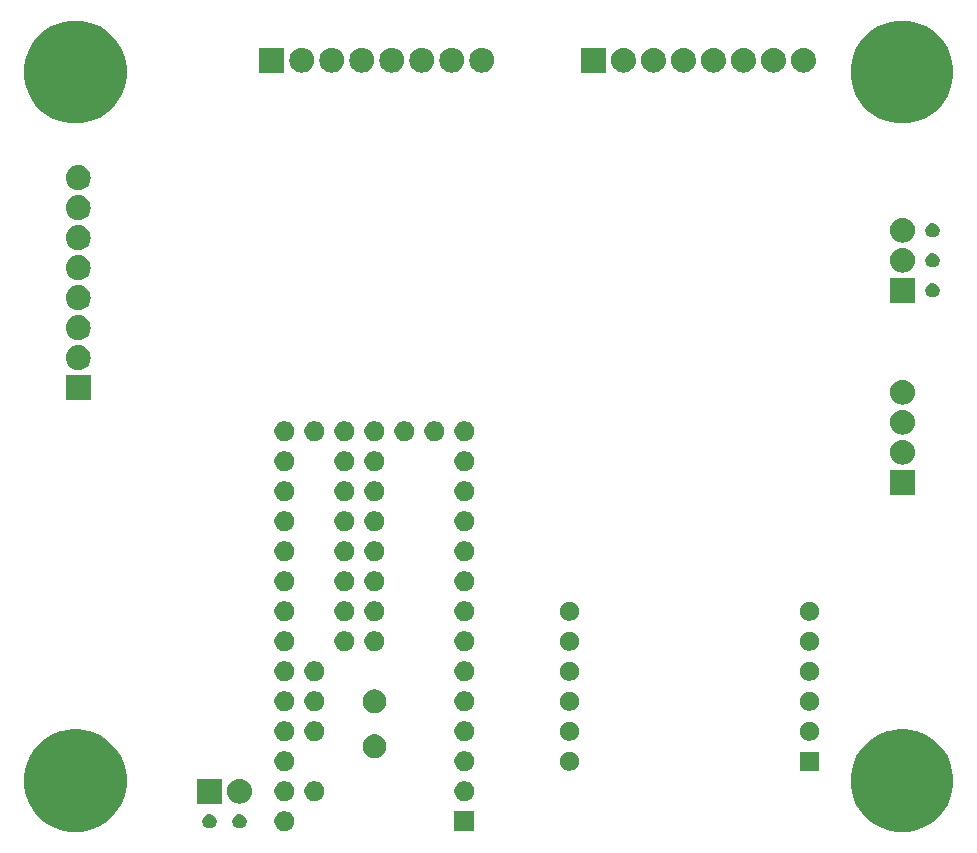
<source format=gbs>
G04 #@! TF.GenerationSoftware,KiCad,Pcbnew,(5.1.0)-1*
G04 #@! TF.CreationDate,2019-05-22T12:11:48+02:00*
G04 #@! TF.ProjectId,ArtNet_Node_WSLEDS,4172744e-6574-45f4-9e6f-64655f57534c,rev?*
G04 #@! TF.SameCoordinates,Original*
G04 #@! TF.FileFunction,Soldermask,Bot*
G04 #@! TF.FilePolarity,Negative*
%FSLAX46Y46*%
G04 Gerber Fmt 4.6, Leading zero omitted, Abs format (unit mm)*
G04 Created by KiCad (PCBNEW (5.1.0)-1) date 2019-05-22 12:11:48*
%MOMM*%
%LPD*%
G04 APERTURE LIST*
%ADD10C,0.100000*%
G04 APERTURE END LIST*
D10*
G36*
X145548156Y-130672794D02*
G01*
X146269140Y-130816206D01*
X147060972Y-131144193D01*
X147773601Y-131620357D01*
X148379643Y-132226399D01*
X148855807Y-132939028D01*
X149183794Y-133730860D01*
X149351000Y-134571464D01*
X149351000Y-135428536D01*
X149183794Y-136269140D01*
X148855807Y-137060972D01*
X148379643Y-137773601D01*
X147773601Y-138379643D01*
X147060972Y-138855807D01*
X146269140Y-139183794D01*
X145548156Y-139327206D01*
X145428537Y-139351000D01*
X144571463Y-139351000D01*
X144451844Y-139327206D01*
X143730860Y-139183794D01*
X142939028Y-138855807D01*
X142226399Y-138379643D01*
X141620357Y-137773601D01*
X141144193Y-137060972D01*
X140816206Y-136269140D01*
X140649000Y-135428536D01*
X140649000Y-134571464D01*
X140816206Y-133730860D01*
X141144193Y-132939028D01*
X141620357Y-132226399D01*
X142226399Y-131620357D01*
X142939028Y-131144193D01*
X143730860Y-130816206D01*
X144451844Y-130672794D01*
X144571463Y-130649000D01*
X145428537Y-130649000D01*
X145548156Y-130672794D01*
X145548156Y-130672794D01*
G37*
G36*
X75548156Y-130672794D02*
G01*
X76269140Y-130816206D01*
X77060972Y-131144193D01*
X77773601Y-131620357D01*
X78379643Y-132226399D01*
X78855807Y-132939028D01*
X79183794Y-133730860D01*
X79351000Y-134571464D01*
X79351000Y-135428536D01*
X79183794Y-136269140D01*
X78855807Y-137060972D01*
X78379643Y-137773601D01*
X77773601Y-138379643D01*
X77060972Y-138855807D01*
X76269140Y-139183794D01*
X75548156Y-139327206D01*
X75428537Y-139351000D01*
X74571463Y-139351000D01*
X74451844Y-139327206D01*
X73730860Y-139183794D01*
X72939028Y-138855807D01*
X72226399Y-138379643D01*
X71620357Y-137773601D01*
X71144193Y-137060972D01*
X70816206Y-136269140D01*
X70649000Y-135428536D01*
X70649000Y-134571464D01*
X70816206Y-133730860D01*
X71144193Y-132939028D01*
X71620357Y-132226399D01*
X72226399Y-131620357D01*
X72939028Y-131144193D01*
X73730860Y-130816206D01*
X74451844Y-130672794D01*
X74571463Y-130649000D01*
X75428537Y-130649000D01*
X75548156Y-130672794D01*
X75548156Y-130672794D01*
G37*
G36*
X108801000Y-139281000D02*
G01*
X107099000Y-139281000D01*
X107099000Y-137579000D01*
X108801000Y-137579000D01*
X108801000Y-139281000D01*
X108801000Y-139281000D01*
G37*
G36*
X92958228Y-137611703D02*
G01*
X93113100Y-137675853D01*
X93252481Y-137768985D01*
X93371015Y-137887519D01*
X93464147Y-138026900D01*
X93528297Y-138181772D01*
X93561000Y-138346184D01*
X93561000Y-138513816D01*
X93528297Y-138678228D01*
X93464147Y-138833100D01*
X93371015Y-138972481D01*
X93252481Y-139091015D01*
X93113100Y-139184147D01*
X92958228Y-139248297D01*
X92793816Y-139281000D01*
X92626184Y-139281000D01*
X92461772Y-139248297D01*
X92306900Y-139184147D01*
X92167519Y-139091015D01*
X92048985Y-138972481D01*
X91955853Y-138833100D01*
X91891703Y-138678228D01*
X91859000Y-138513816D01*
X91859000Y-138346184D01*
X91891703Y-138181772D01*
X91955853Y-138026900D01*
X92048985Y-137887519D01*
X92167519Y-137768985D01*
X92306900Y-137675853D01*
X92461772Y-137611703D01*
X92626184Y-137579000D01*
X92793816Y-137579000D01*
X92958228Y-137611703D01*
X92958228Y-137611703D01*
G37*
G36*
X89036601Y-137844397D02*
G01*
X89075305Y-137852096D01*
X89107340Y-137865365D01*
X89184680Y-137897400D01*
X89283115Y-137963173D01*
X89366827Y-138046885D01*
X89432600Y-138145320D01*
X89477904Y-138254696D01*
X89501000Y-138370805D01*
X89501000Y-138489195D01*
X89477904Y-138605304D01*
X89432600Y-138714680D01*
X89366827Y-138813115D01*
X89283115Y-138896827D01*
X89184680Y-138962600D01*
X89107340Y-138994635D01*
X89075305Y-139007904D01*
X89036601Y-139015603D01*
X88959195Y-139031000D01*
X88840805Y-139031000D01*
X88763399Y-139015603D01*
X88724695Y-139007904D01*
X88692660Y-138994635D01*
X88615320Y-138962600D01*
X88516885Y-138896827D01*
X88433173Y-138813115D01*
X88367400Y-138714680D01*
X88322096Y-138605304D01*
X88299000Y-138489195D01*
X88299000Y-138370805D01*
X88322096Y-138254696D01*
X88367400Y-138145320D01*
X88433173Y-138046885D01*
X88516885Y-137963173D01*
X88615320Y-137897400D01*
X88692660Y-137865365D01*
X88724695Y-137852096D01*
X88763399Y-137844397D01*
X88840805Y-137829000D01*
X88959195Y-137829000D01*
X89036601Y-137844397D01*
X89036601Y-137844397D01*
G37*
G36*
X86496601Y-137844397D02*
G01*
X86535305Y-137852096D01*
X86567340Y-137865365D01*
X86644680Y-137897400D01*
X86743115Y-137963173D01*
X86826827Y-138046885D01*
X86892600Y-138145320D01*
X86937904Y-138254696D01*
X86961000Y-138370805D01*
X86961000Y-138489195D01*
X86937904Y-138605304D01*
X86892600Y-138714680D01*
X86826827Y-138813115D01*
X86743115Y-138896827D01*
X86644680Y-138962600D01*
X86567340Y-138994635D01*
X86535305Y-139007904D01*
X86496601Y-139015603D01*
X86419195Y-139031000D01*
X86300805Y-139031000D01*
X86223399Y-139015603D01*
X86184695Y-139007904D01*
X86152660Y-138994635D01*
X86075320Y-138962600D01*
X85976885Y-138896827D01*
X85893173Y-138813115D01*
X85827400Y-138714680D01*
X85782096Y-138605304D01*
X85759000Y-138489195D01*
X85759000Y-138370805D01*
X85782096Y-138254696D01*
X85827400Y-138145320D01*
X85893173Y-138046885D01*
X85976885Y-137963173D01*
X86075320Y-137897400D01*
X86152660Y-137865365D01*
X86184695Y-137852096D01*
X86223399Y-137844397D01*
X86300805Y-137829000D01*
X86419195Y-137829000D01*
X86496601Y-137844397D01*
X86496601Y-137844397D01*
G37*
G36*
X87410490Y-136940490D02*
G01*
X85309510Y-136940490D01*
X85309510Y-134839510D01*
X87410490Y-134839510D01*
X87410490Y-136940490D01*
X87410490Y-136940490D01*
G37*
G36*
X89105928Y-134854710D02*
G01*
X89105931Y-134854711D01*
X89105932Y-134854711D01*
X89303950Y-134914779D01*
X89303953Y-134914781D01*
X89303954Y-134914781D01*
X89486443Y-135012323D01*
X89646403Y-135143597D01*
X89777677Y-135303557D01*
X89844479Y-135428536D01*
X89875221Y-135486050D01*
X89935289Y-135684068D01*
X89935290Y-135684072D01*
X89955572Y-135890000D01*
X89935290Y-136095928D01*
X89935289Y-136095931D01*
X89935289Y-136095932D01*
X89875221Y-136293950D01*
X89875219Y-136293953D01*
X89875219Y-136293954D01*
X89777677Y-136476443D01*
X89646403Y-136636403D01*
X89486443Y-136767677D01*
X89303954Y-136865219D01*
X89303950Y-136865221D01*
X89105932Y-136925289D01*
X89105931Y-136925289D01*
X89105928Y-136925290D01*
X88951601Y-136940490D01*
X88848399Y-136940490D01*
X88694072Y-136925290D01*
X88694069Y-136925289D01*
X88694068Y-136925289D01*
X88496050Y-136865221D01*
X88496046Y-136865219D01*
X88313557Y-136767677D01*
X88153597Y-136636403D01*
X88022323Y-136476443D01*
X87924781Y-136293954D01*
X87924781Y-136293953D01*
X87924779Y-136293950D01*
X87864711Y-136095932D01*
X87864711Y-136095931D01*
X87864710Y-136095928D01*
X87844428Y-135890000D01*
X87864710Y-135684072D01*
X87864711Y-135684068D01*
X87924779Y-135486050D01*
X87955521Y-135428536D01*
X88022323Y-135303557D01*
X88153597Y-135143597D01*
X88313557Y-135012323D01*
X88496046Y-134914781D01*
X88496047Y-134914781D01*
X88496050Y-134914779D01*
X88694068Y-134854711D01*
X88694069Y-134854711D01*
X88694072Y-134854710D01*
X88848399Y-134839510D01*
X88951601Y-134839510D01*
X89105928Y-134854710D01*
X89105928Y-134854710D01*
G37*
G36*
X95498228Y-135071703D02*
G01*
X95653100Y-135135853D01*
X95792481Y-135228985D01*
X95911015Y-135347519D01*
X96004147Y-135486900D01*
X96068297Y-135641772D01*
X96101000Y-135806184D01*
X96101000Y-135973816D01*
X96068297Y-136138228D01*
X96004147Y-136293100D01*
X95911015Y-136432481D01*
X95792481Y-136551015D01*
X95653100Y-136644147D01*
X95498228Y-136708297D01*
X95333816Y-136741000D01*
X95166184Y-136741000D01*
X95001772Y-136708297D01*
X94846900Y-136644147D01*
X94707519Y-136551015D01*
X94588985Y-136432481D01*
X94495853Y-136293100D01*
X94431703Y-136138228D01*
X94399000Y-135973816D01*
X94399000Y-135806184D01*
X94431703Y-135641772D01*
X94495853Y-135486900D01*
X94588985Y-135347519D01*
X94707519Y-135228985D01*
X94846900Y-135135853D01*
X95001772Y-135071703D01*
X95166184Y-135039000D01*
X95333816Y-135039000D01*
X95498228Y-135071703D01*
X95498228Y-135071703D01*
G37*
G36*
X92958228Y-135071703D02*
G01*
X93113100Y-135135853D01*
X93252481Y-135228985D01*
X93371015Y-135347519D01*
X93464147Y-135486900D01*
X93528297Y-135641772D01*
X93561000Y-135806184D01*
X93561000Y-135973816D01*
X93528297Y-136138228D01*
X93464147Y-136293100D01*
X93371015Y-136432481D01*
X93252481Y-136551015D01*
X93113100Y-136644147D01*
X92958228Y-136708297D01*
X92793816Y-136741000D01*
X92626184Y-136741000D01*
X92461772Y-136708297D01*
X92306900Y-136644147D01*
X92167519Y-136551015D01*
X92048985Y-136432481D01*
X91955853Y-136293100D01*
X91891703Y-136138228D01*
X91859000Y-135973816D01*
X91859000Y-135806184D01*
X91891703Y-135641772D01*
X91955853Y-135486900D01*
X92048985Y-135347519D01*
X92167519Y-135228985D01*
X92306900Y-135135853D01*
X92461772Y-135071703D01*
X92626184Y-135039000D01*
X92793816Y-135039000D01*
X92958228Y-135071703D01*
X92958228Y-135071703D01*
G37*
G36*
X108198228Y-135071703D02*
G01*
X108353100Y-135135853D01*
X108492481Y-135228985D01*
X108611015Y-135347519D01*
X108704147Y-135486900D01*
X108768297Y-135641772D01*
X108801000Y-135806184D01*
X108801000Y-135973816D01*
X108768297Y-136138228D01*
X108704147Y-136293100D01*
X108611015Y-136432481D01*
X108492481Y-136551015D01*
X108353100Y-136644147D01*
X108198228Y-136708297D01*
X108033816Y-136741000D01*
X107866184Y-136741000D01*
X107701772Y-136708297D01*
X107546900Y-136644147D01*
X107407519Y-136551015D01*
X107288985Y-136432481D01*
X107195853Y-136293100D01*
X107131703Y-136138228D01*
X107099000Y-135973816D01*
X107099000Y-135806184D01*
X107131703Y-135641772D01*
X107195853Y-135486900D01*
X107288985Y-135347519D01*
X107407519Y-135228985D01*
X107546900Y-135135853D01*
X107701772Y-135071703D01*
X107866184Y-135039000D01*
X108033816Y-135039000D01*
X108198228Y-135071703D01*
X108198228Y-135071703D01*
G37*
G36*
X92958228Y-132531703D02*
G01*
X93113100Y-132595853D01*
X93252481Y-132688985D01*
X93371015Y-132807519D01*
X93464147Y-132946900D01*
X93528297Y-133101772D01*
X93561000Y-133266184D01*
X93561000Y-133433816D01*
X93528297Y-133598228D01*
X93464147Y-133753100D01*
X93371015Y-133892481D01*
X93252481Y-134011015D01*
X93113100Y-134104147D01*
X92958228Y-134168297D01*
X92793816Y-134201000D01*
X92626184Y-134201000D01*
X92461772Y-134168297D01*
X92306900Y-134104147D01*
X92167519Y-134011015D01*
X92048985Y-133892481D01*
X91955853Y-133753100D01*
X91891703Y-133598228D01*
X91859000Y-133433816D01*
X91859000Y-133266184D01*
X91891703Y-133101772D01*
X91955853Y-132946900D01*
X92048985Y-132807519D01*
X92167519Y-132688985D01*
X92306900Y-132595853D01*
X92461772Y-132531703D01*
X92626184Y-132499000D01*
X92793816Y-132499000D01*
X92958228Y-132531703D01*
X92958228Y-132531703D01*
G37*
G36*
X108198228Y-132531703D02*
G01*
X108353100Y-132595853D01*
X108492481Y-132688985D01*
X108611015Y-132807519D01*
X108704147Y-132946900D01*
X108768297Y-133101772D01*
X108801000Y-133266184D01*
X108801000Y-133433816D01*
X108768297Y-133598228D01*
X108704147Y-133753100D01*
X108611015Y-133892481D01*
X108492481Y-134011015D01*
X108353100Y-134104147D01*
X108198228Y-134168297D01*
X108033816Y-134201000D01*
X107866184Y-134201000D01*
X107701772Y-134168297D01*
X107546900Y-134104147D01*
X107407519Y-134011015D01*
X107288985Y-133892481D01*
X107195853Y-133753100D01*
X107131703Y-133598228D01*
X107099000Y-133433816D01*
X107099000Y-133266184D01*
X107131703Y-133101772D01*
X107195853Y-132946900D01*
X107288985Y-132807519D01*
X107407519Y-132688985D01*
X107546900Y-132595853D01*
X107701772Y-132531703D01*
X107866184Y-132499000D01*
X108033816Y-132499000D01*
X108198228Y-132531703D01*
X108198228Y-132531703D01*
G37*
G36*
X137973000Y-134163000D02*
G01*
X136347000Y-134163000D01*
X136347000Y-132537000D01*
X137973000Y-132537000D01*
X137973000Y-134163000D01*
X137973000Y-134163000D01*
G37*
G36*
X117077142Y-132568242D02*
G01*
X117225101Y-132629529D01*
X117358255Y-132718499D01*
X117471501Y-132831745D01*
X117560471Y-132964899D01*
X117621758Y-133112858D01*
X117653000Y-133269925D01*
X117653000Y-133430075D01*
X117621758Y-133587142D01*
X117560471Y-133735101D01*
X117471501Y-133868255D01*
X117358255Y-133981501D01*
X117225101Y-134070471D01*
X117077142Y-134131758D01*
X116920075Y-134163000D01*
X116759925Y-134163000D01*
X116602858Y-134131758D01*
X116454899Y-134070471D01*
X116321745Y-133981501D01*
X116208499Y-133868255D01*
X116119529Y-133735101D01*
X116058242Y-133587142D01*
X116027000Y-133430075D01*
X116027000Y-133269925D01*
X116058242Y-133112858D01*
X116119529Y-132964899D01*
X116208499Y-132831745D01*
X116321745Y-132718499D01*
X116454899Y-132629529D01*
X116602858Y-132568242D01*
X116759925Y-132537000D01*
X116920075Y-132537000D01*
X117077142Y-132568242D01*
X117077142Y-132568242D01*
G37*
G36*
X100621981Y-131117468D02*
G01*
X100804151Y-131192926D01*
X100968100Y-131302473D01*
X101107527Y-131441900D01*
X101217074Y-131605849D01*
X101217075Y-131605851D01*
X101223084Y-131620358D01*
X101292532Y-131788019D01*
X101331000Y-131981410D01*
X101331000Y-132178590D01*
X101292532Y-132371981D01*
X101217074Y-132554151D01*
X101107527Y-132718100D01*
X100968100Y-132857527D01*
X100804151Y-132967074D01*
X100621981Y-133042532D01*
X100525285Y-133061766D01*
X100428591Y-133081000D01*
X100231409Y-133081000D01*
X100134715Y-133061766D01*
X100038019Y-133042532D01*
X99855849Y-132967074D01*
X99691900Y-132857527D01*
X99552473Y-132718100D01*
X99442926Y-132554151D01*
X99367468Y-132371981D01*
X99329000Y-132178590D01*
X99329000Y-131981410D01*
X99367468Y-131788019D01*
X99436916Y-131620358D01*
X99442925Y-131605851D01*
X99442926Y-131605849D01*
X99552473Y-131441900D01*
X99691900Y-131302473D01*
X99855849Y-131192926D01*
X100038019Y-131117468D01*
X100231409Y-131079000D01*
X100428591Y-131079000D01*
X100621981Y-131117468D01*
X100621981Y-131117468D01*
G37*
G36*
X92958228Y-129991703D02*
G01*
X93113100Y-130055853D01*
X93252481Y-130148985D01*
X93371015Y-130267519D01*
X93464147Y-130406900D01*
X93528297Y-130561772D01*
X93561000Y-130726184D01*
X93561000Y-130893816D01*
X93528297Y-131058228D01*
X93464147Y-131213100D01*
X93371015Y-131352481D01*
X93252481Y-131471015D01*
X93113100Y-131564147D01*
X92958228Y-131628297D01*
X92793816Y-131661000D01*
X92626184Y-131661000D01*
X92461772Y-131628297D01*
X92306900Y-131564147D01*
X92167519Y-131471015D01*
X92048985Y-131352481D01*
X91955853Y-131213100D01*
X91891703Y-131058228D01*
X91859000Y-130893816D01*
X91859000Y-130726184D01*
X91891703Y-130561772D01*
X91955853Y-130406900D01*
X92048985Y-130267519D01*
X92167519Y-130148985D01*
X92306900Y-130055853D01*
X92461772Y-129991703D01*
X92626184Y-129959000D01*
X92793816Y-129959000D01*
X92958228Y-129991703D01*
X92958228Y-129991703D01*
G37*
G36*
X95498228Y-129991703D02*
G01*
X95653100Y-130055853D01*
X95792481Y-130148985D01*
X95911015Y-130267519D01*
X96004147Y-130406900D01*
X96068297Y-130561772D01*
X96101000Y-130726184D01*
X96101000Y-130893816D01*
X96068297Y-131058228D01*
X96004147Y-131213100D01*
X95911015Y-131352481D01*
X95792481Y-131471015D01*
X95653100Y-131564147D01*
X95498228Y-131628297D01*
X95333816Y-131661000D01*
X95166184Y-131661000D01*
X95001772Y-131628297D01*
X94846900Y-131564147D01*
X94707519Y-131471015D01*
X94588985Y-131352481D01*
X94495853Y-131213100D01*
X94431703Y-131058228D01*
X94399000Y-130893816D01*
X94399000Y-130726184D01*
X94431703Y-130561772D01*
X94495853Y-130406900D01*
X94588985Y-130267519D01*
X94707519Y-130148985D01*
X94846900Y-130055853D01*
X95001772Y-129991703D01*
X95166184Y-129959000D01*
X95333816Y-129959000D01*
X95498228Y-129991703D01*
X95498228Y-129991703D01*
G37*
G36*
X108198228Y-129991703D02*
G01*
X108353100Y-130055853D01*
X108492481Y-130148985D01*
X108611015Y-130267519D01*
X108704147Y-130406900D01*
X108768297Y-130561772D01*
X108801000Y-130726184D01*
X108801000Y-130893816D01*
X108768297Y-131058228D01*
X108704147Y-131213100D01*
X108611015Y-131352481D01*
X108492481Y-131471015D01*
X108353100Y-131564147D01*
X108198228Y-131628297D01*
X108033816Y-131661000D01*
X107866184Y-131661000D01*
X107701772Y-131628297D01*
X107546900Y-131564147D01*
X107407519Y-131471015D01*
X107288985Y-131352481D01*
X107195853Y-131213100D01*
X107131703Y-131058228D01*
X107099000Y-130893816D01*
X107099000Y-130726184D01*
X107131703Y-130561772D01*
X107195853Y-130406900D01*
X107288985Y-130267519D01*
X107407519Y-130148985D01*
X107546900Y-130055853D01*
X107701772Y-129991703D01*
X107866184Y-129959000D01*
X108033816Y-129959000D01*
X108198228Y-129991703D01*
X108198228Y-129991703D01*
G37*
G36*
X137397142Y-130028242D02*
G01*
X137545101Y-130089529D01*
X137678255Y-130178499D01*
X137791501Y-130291745D01*
X137880471Y-130424899D01*
X137941758Y-130572858D01*
X137973000Y-130729925D01*
X137973000Y-130890075D01*
X137941758Y-131047142D01*
X137880471Y-131195101D01*
X137791501Y-131328255D01*
X137678255Y-131441501D01*
X137545101Y-131530471D01*
X137397142Y-131591758D01*
X137240075Y-131623000D01*
X137079925Y-131623000D01*
X136922858Y-131591758D01*
X136774899Y-131530471D01*
X136641745Y-131441501D01*
X136528499Y-131328255D01*
X136439529Y-131195101D01*
X136378242Y-131047142D01*
X136347000Y-130890075D01*
X136347000Y-130729925D01*
X136378242Y-130572858D01*
X136439529Y-130424899D01*
X136528499Y-130291745D01*
X136641745Y-130178499D01*
X136774899Y-130089529D01*
X136922858Y-130028242D01*
X137079925Y-129997000D01*
X137240075Y-129997000D01*
X137397142Y-130028242D01*
X137397142Y-130028242D01*
G37*
G36*
X117077142Y-130028242D02*
G01*
X117225101Y-130089529D01*
X117358255Y-130178499D01*
X117471501Y-130291745D01*
X117560471Y-130424899D01*
X117621758Y-130572858D01*
X117653000Y-130729925D01*
X117653000Y-130890075D01*
X117621758Y-131047142D01*
X117560471Y-131195101D01*
X117471501Y-131328255D01*
X117358255Y-131441501D01*
X117225101Y-131530471D01*
X117077142Y-131591758D01*
X116920075Y-131623000D01*
X116759925Y-131623000D01*
X116602858Y-131591758D01*
X116454899Y-131530471D01*
X116321745Y-131441501D01*
X116208499Y-131328255D01*
X116119529Y-131195101D01*
X116058242Y-131047142D01*
X116027000Y-130890075D01*
X116027000Y-130729925D01*
X116058242Y-130572858D01*
X116119529Y-130424899D01*
X116208499Y-130291745D01*
X116321745Y-130178499D01*
X116454899Y-130089529D01*
X116602858Y-130028242D01*
X116759925Y-129997000D01*
X116920075Y-129997000D01*
X117077142Y-130028242D01*
X117077142Y-130028242D01*
G37*
G36*
X100525285Y-127288234D02*
G01*
X100621981Y-127307468D01*
X100804151Y-127382926D01*
X100968100Y-127492473D01*
X101107527Y-127631900D01*
X101217074Y-127795849D01*
X101292532Y-127978019D01*
X101331000Y-128171410D01*
X101331000Y-128368590D01*
X101292532Y-128561981D01*
X101217074Y-128744151D01*
X101107527Y-128908100D01*
X100968100Y-129047527D01*
X100804151Y-129157074D01*
X100621981Y-129232532D01*
X100428591Y-129271000D01*
X100231409Y-129271000D01*
X100038019Y-129232532D01*
X99855849Y-129157074D01*
X99691900Y-129047527D01*
X99552473Y-128908100D01*
X99442926Y-128744151D01*
X99367468Y-128561981D01*
X99329000Y-128368590D01*
X99329000Y-128171410D01*
X99367468Y-127978019D01*
X99442926Y-127795849D01*
X99552473Y-127631900D01*
X99691900Y-127492473D01*
X99855849Y-127382926D01*
X100038019Y-127307468D01*
X100134715Y-127288234D01*
X100231409Y-127269000D01*
X100428591Y-127269000D01*
X100525285Y-127288234D01*
X100525285Y-127288234D01*
G37*
G36*
X92958228Y-127451703D02*
G01*
X93113100Y-127515853D01*
X93252481Y-127608985D01*
X93371015Y-127727519D01*
X93464147Y-127866900D01*
X93528297Y-128021772D01*
X93561000Y-128186184D01*
X93561000Y-128353816D01*
X93528297Y-128518228D01*
X93464147Y-128673100D01*
X93371015Y-128812481D01*
X93252481Y-128931015D01*
X93113100Y-129024147D01*
X92958228Y-129088297D01*
X92793816Y-129121000D01*
X92626184Y-129121000D01*
X92461772Y-129088297D01*
X92306900Y-129024147D01*
X92167519Y-128931015D01*
X92048985Y-128812481D01*
X91955853Y-128673100D01*
X91891703Y-128518228D01*
X91859000Y-128353816D01*
X91859000Y-128186184D01*
X91891703Y-128021772D01*
X91955853Y-127866900D01*
X92048985Y-127727519D01*
X92167519Y-127608985D01*
X92306900Y-127515853D01*
X92461772Y-127451703D01*
X92626184Y-127419000D01*
X92793816Y-127419000D01*
X92958228Y-127451703D01*
X92958228Y-127451703D01*
G37*
G36*
X95498228Y-127451703D02*
G01*
X95653100Y-127515853D01*
X95792481Y-127608985D01*
X95911015Y-127727519D01*
X96004147Y-127866900D01*
X96068297Y-128021772D01*
X96101000Y-128186184D01*
X96101000Y-128353816D01*
X96068297Y-128518228D01*
X96004147Y-128673100D01*
X95911015Y-128812481D01*
X95792481Y-128931015D01*
X95653100Y-129024147D01*
X95498228Y-129088297D01*
X95333816Y-129121000D01*
X95166184Y-129121000D01*
X95001772Y-129088297D01*
X94846900Y-129024147D01*
X94707519Y-128931015D01*
X94588985Y-128812481D01*
X94495853Y-128673100D01*
X94431703Y-128518228D01*
X94399000Y-128353816D01*
X94399000Y-128186184D01*
X94431703Y-128021772D01*
X94495853Y-127866900D01*
X94588985Y-127727519D01*
X94707519Y-127608985D01*
X94846900Y-127515853D01*
X95001772Y-127451703D01*
X95166184Y-127419000D01*
X95333816Y-127419000D01*
X95498228Y-127451703D01*
X95498228Y-127451703D01*
G37*
G36*
X108198228Y-127451703D02*
G01*
X108353100Y-127515853D01*
X108492481Y-127608985D01*
X108611015Y-127727519D01*
X108704147Y-127866900D01*
X108768297Y-128021772D01*
X108801000Y-128186184D01*
X108801000Y-128353816D01*
X108768297Y-128518228D01*
X108704147Y-128673100D01*
X108611015Y-128812481D01*
X108492481Y-128931015D01*
X108353100Y-129024147D01*
X108198228Y-129088297D01*
X108033816Y-129121000D01*
X107866184Y-129121000D01*
X107701772Y-129088297D01*
X107546900Y-129024147D01*
X107407519Y-128931015D01*
X107288985Y-128812481D01*
X107195853Y-128673100D01*
X107131703Y-128518228D01*
X107099000Y-128353816D01*
X107099000Y-128186184D01*
X107131703Y-128021772D01*
X107195853Y-127866900D01*
X107288985Y-127727519D01*
X107407519Y-127608985D01*
X107546900Y-127515853D01*
X107701772Y-127451703D01*
X107866184Y-127419000D01*
X108033816Y-127419000D01*
X108198228Y-127451703D01*
X108198228Y-127451703D01*
G37*
G36*
X137397142Y-127488242D02*
G01*
X137545101Y-127549529D01*
X137678255Y-127638499D01*
X137791501Y-127751745D01*
X137880471Y-127884899D01*
X137941758Y-128032858D01*
X137973000Y-128189925D01*
X137973000Y-128350075D01*
X137941758Y-128507142D01*
X137880471Y-128655101D01*
X137791501Y-128788255D01*
X137678255Y-128901501D01*
X137545101Y-128990471D01*
X137397142Y-129051758D01*
X137240075Y-129083000D01*
X137079925Y-129083000D01*
X136922858Y-129051758D01*
X136774899Y-128990471D01*
X136641745Y-128901501D01*
X136528499Y-128788255D01*
X136439529Y-128655101D01*
X136378242Y-128507142D01*
X136347000Y-128350075D01*
X136347000Y-128189925D01*
X136378242Y-128032858D01*
X136439529Y-127884899D01*
X136528499Y-127751745D01*
X136641745Y-127638499D01*
X136774899Y-127549529D01*
X136922858Y-127488242D01*
X137079925Y-127457000D01*
X137240075Y-127457000D01*
X137397142Y-127488242D01*
X137397142Y-127488242D01*
G37*
G36*
X117077142Y-127488242D02*
G01*
X117225101Y-127549529D01*
X117358255Y-127638499D01*
X117471501Y-127751745D01*
X117560471Y-127884899D01*
X117621758Y-128032858D01*
X117653000Y-128189925D01*
X117653000Y-128350075D01*
X117621758Y-128507142D01*
X117560471Y-128655101D01*
X117471501Y-128788255D01*
X117358255Y-128901501D01*
X117225101Y-128990471D01*
X117077142Y-129051758D01*
X116920075Y-129083000D01*
X116759925Y-129083000D01*
X116602858Y-129051758D01*
X116454899Y-128990471D01*
X116321745Y-128901501D01*
X116208499Y-128788255D01*
X116119529Y-128655101D01*
X116058242Y-128507142D01*
X116027000Y-128350075D01*
X116027000Y-128189925D01*
X116058242Y-128032858D01*
X116119529Y-127884899D01*
X116208499Y-127751745D01*
X116321745Y-127638499D01*
X116454899Y-127549529D01*
X116602858Y-127488242D01*
X116759925Y-127457000D01*
X116920075Y-127457000D01*
X117077142Y-127488242D01*
X117077142Y-127488242D01*
G37*
G36*
X92958228Y-124911703D02*
G01*
X93113100Y-124975853D01*
X93252481Y-125068985D01*
X93371015Y-125187519D01*
X93464147Y-125326900D01*
X93528297Y-125481772D01*
X93561000Y-125646184D01*
X93561000Y-125813816D01*
X93528297Y-125978228D01*
X93464147Y-126133100D01*
X93371015Y-126272481D01*
X93252481Y-126391015D01*
X93113100Y-126484147D01*
X92958228Y-126548297D01*
X92793816Y-126581000D01*
X92626184Y-126581000D01*
X92461772Y-126548297D01*
X92306900Y-126484147D01*
X92167519Y-126391015D01*
X92048985Y-126272481D01*
X91955853Y-126133100D01*
X91891703Y-125978228D01*
X91859000Y-125813816D01*
X91859000Y-125646184D01*
X91891703Y-125481772D01*
X91955853Y-125326900D01*
X92048985Y-125187519D01*
X92167519Y-125068985D01*
X92306900Y-124975853D01*
X92461772Y-124911703D01*
X92626184Y-124879000D01*
X92793816Y-124879000D01*
X92958228Y-124911703D01*
X92958228Y-124911703D01*
G37*
G36*
X95498228Y-124911703D02*
G01*
X95653100Y-124975853D01*
X95792481Y-125068985D01*
X95911015Y-125187519D01*
X96004147Y-125326900D01*
X96068297Y-125481772D01*
X96101000Y-125646184D01*
X96101000Y-125813816D01*
X96068297Y-125978228D01*
X96004147Y-126133100D01*
X95911015Y-126272481D01*
X95792481Y-126391015D01*
X95653100Y-126484147D01*
X95498228Y-126548297D01*
X95333816Y-126581000D01*
X95166184Y-126581000D01*
X95001772Y-126548297D01*
X94846900Y-126484147D01*
X94707519Y-126391015D01*
X94588985Y-126272481D01*
X94495853Y-126133100D01*
X94431703Y-125978228D01*
X94399000Y-125813816D01*
X94399000Y-125646184D01*
X94431703Y-125481772D01*
X94495853Y-125326900D01*
X94588985Y-125187519D01*
X94707519Y-125068985D01*
X94846900Y-124975853D01*
X95001772Y-124911703D01*
X95166184Y-124879000D01*
X95333816Y-124879000D01*
X95498228Y-124911703D01*
X95498228Y-124911703D01*
G37*
G36*
X108198228Y-124911703D02*
G01*
X108353100Y-124975853D01*
X108492481Y-125068985D01*
X108611015Y-125187519D01*
X108704147Y-125326900D01*
X108768297Y-125481772D01*
X108801000Y-125646184D01*
X108801000Y-125813816D01*
X108768297Y-125978228D01*
X108704147Y-126133100D01*
X108611015Y-126272481D01*
X108492481Y-126391015D01*
X108353100Y-126484147D01*
X108198228Y-126548297D01*
X108033816Y-126581000D01*
X107866184Y-126581000D01*
X107701772Y-126548297D01*
X107546900Y-126484147D01*
X107407519Y-126391015D01*
X107288985Y-126272481D01*
X107195853Y-126133100D01*
X107131703Y-125978228D01*
X107099000Y-125813816D01*
X107099000Y-125646184D01*
X107131703Y-125481772D01*
X107195853Y-125326900D01*
X107288985Y-125187519D01*
X107407519Y-125068985D01*
X107546900Y-124975853D01*
X107701772Y-124911703D01*
X107866184Y-124879000D01*
X108033816Y-124879000D01*
X108198228Y-124911703D01*
X108198228Y-124911703D01*
G37*
G36*
X137397142Y-124948242D02*
G01*
X137545101Y-125009529D01*
X137678255Y-125098499D01*
X137791501Y-125211745D01*
X137880471Y-125344899D01*
X137941758Y-125492858D01*
X137973000Y-125649925D01*
X137973000Y-125810075D01*
X137941758Y-125967142D01*
X137880471Y-126115101D01*
X137791501Y-126248255D01*
X137678255Y-126361501D01*
X137545101Y-126450471D01*
X137397142Y-126511758D01*
X137240075Y-126543000D01*
X137079925Y-126543000D01*
X136922858Y-126511758D01*
X136774899Y-126450471D01*
X136641745Y-126361501D01*
X136528499Y-126248255D01*
X136439529Y-126115101D01*
X136378242Y-125967142D01*
X136347000Y-125810075D01*
X136347000Y-125649925D01*
X136378242Y-125492858D01*
X136439529Y-125344899D01*
X136528499Y-125211745D01*
X136641745Y-125098499D01*
X136774899Y-125009529D01*
X136922858Y-124948242D01*
X137079925Y-124917000D01*
X137240075Y-124917000D01*
X137397142Y-124948242D01*
X137397142Y-124948242D01*
G37*
G36*
X117077142Y-124948242D02*
G01*
X117225101Y-125009529D01*
X117358255Y-125098499D01*
X117471501Y-125211745D01*
X117560471Y-125344899D01*
X117621758Y-125492858D01*
X117653000Y-125649925D01*
X117653000Y-125810075D01*
X117621758Y-125967142D01*
X117560471Y-126115101D01*
X117471501Y-126248255D01*
X117358255Y-126361501D01*
X117225101Y-126450471D01*
X117077142Y-126511758D01*
X116920075Y-126543000D01*
X116759925Y-126543000D01*
X116602858Y-126511758D01*
X116454899Y-126450471D01*
X116321745Y-126361501D01*
X116208499Y-126248255D01*
X116119529Y-126115101D01*
X116058242Y-125967142D01*
X116027000Y-125810075D01*
X116027000Y-125649925D01*
X116058242Y-125492858D01*
X116119529Y-125344899D01*
X116208499Y-125211745D01*
X116321745Y-125098499D01*
X116454899Y-125009529D01*
X116602858Y-124948242D01*
X116759925Y-124917000D01*
X116920075Y-124917000D01*
X117077142Y-124948242D01*
X117077142Y-124948242D01*
G37*
G36*
X108198228Y-122371703D02*
G01*
X108353100Y-122435853D01*
X108492481Y-122528985D01*
X108611015Y-122647519D01*
X108704147Y-122786900D01*
X108768297Y-122941772D01*
X108801000Y-123106184D01*
X108801000Y-123273816D01*
X108768297Y-123438228D01*
X108704147Y-123593100D01*
X108611015Y-123732481D01*
X108492481Y-123851015D01*
X108353100Y-123944147D01*
X108198228Y-124008297D01*
X108033816Y-124041000D01*
X107866184Y-124041000D01*
X107701772Y-124008297D01*
X107546900Y-123944147D01*
X107407519Y-123851015D01*
X107288985Y-123732481D01*
X107195853Y-123593100D01*
X107131703Y-123438228D01*
X107099000Y-123273816D01*
X107099000Y-123106184D01*
X107131703Y-122941772D01*
X107195853Y-122786900D01*
X107288985Y-122647519D01*
X107407519Y-122528985D01*
X107546900Y-122435853D01*
X107701772Y-122371703D01*
X107866184Y-122339000D01*
X108033816Y-122339000D01*
X108198228Y-122371703D01*
X108198228Y-122371703D01*
G37*
G36*
X92958228Y-122371703D02*
G01*
X93113100Y-122435853D01*
X93252481Y-122528985D01*
X93371015Y-122647519D01*
X93464147Y-122786900D01*
X93528297Y-122941772D01*
X93561000Y-123106184D01*
X93561000Y-123273816D01*
X93528297Y-123438228D01*
X93464147Y-123593100D01*
X93371015Y-123732481D01*
X93252481Y-123851015D01*
X93113100Y-123944147D01*
X92958228Y-124008297D01*
X92793816Y-124041000D01*
X92626184Y-124041000D01*
X92461772Y-124008297D01*
X92306900Y-123944147D01*
X92167519Y-123851015D01*
X92048985Y-123732481D01*
X91955853Y-123593100D01*
X91891703Y-123438228D01*
X91859000Y-123273816D01*
X91859000Y-123106184D01*
X91891703Y-122941772D01*
X91955853Y-122786900D01*
X92048985Y-122647519D01*
X92167519Y-122528985D01*
X92306900Y-122435853D01*
X92461772Y-122371703D01*
X92626184Y-122339000D01*
X92793816Y-122339000D01*
X92958228Y-122371703D01*
X92958228Y-122371703D01*
G37*
G36*
X98038228Y-122371703D02*
G01*
X98193100Y-122435853D01*
X98332481Y-122528985D01*
X98451015Y-122647519D01*
X98544147Y-122786900D01*
X98608297Y-122941772D01*
X98641000Y-123106184D01*
X98641000Y-123273816D01*
X98608297Y-123438228D01*
X98544147Y-123593100D01*
X98451015Y-123732481D01*
X98332481Y-123851015D01*
X98193100Y-123944147D01*
X98038228Y-124008297D01*
X97873816Y-124041000D01*
X97706184Y-124041000D01*
X97541772Y-124008297D01*
X97386900Y-123944147D01*
X97247519Y-123851015D01*
X97128985Y-123732481D01*
X97035853Y-123593100D01*
X96971703Y-123438228D01*
X96939000Y-123273816D01*
X96939000Y-123106184D01*
X96971703Y-122941772D01*
X97035853Y-122786900D01*
X97128985Y-122647519D01*
X97247519Y-122528985D01*
X97386900Y-122435853D01*
X97541772Y-122371703D01*
X97706184Y-122339000D01*
X97873816Y-122339000D01*
X98038228Y-122371703D01*
X98038228Y-122371703D01*
G37*
G36*
X100578228Y-122371703D02*
G01*
X100733100Y-122435853D01*
X100872481Y-122528985D01*
X100991015Y-122647519D01*
X101084147Y-122786900D01*
X101148297Y-122941772D01*
X101181000Y-123106184D01*
X101181000Y-123273816D01*
X101148297Y-123438228D01*
X101084147Y-123593100D01*
X100991015Y-123732481D01*
X100872481Y-123851015D01*
X100733100Y-123944147D01*
X100578228Y-124008297D01*
X100413816Y-124041000D01*
X100246184Y-124041000D01*
X100081772Y-124008297D01*
X99926900Y-123944147D01*
X99787519Y-123851015D01*
X99668985Y-123732481D01*
X99575853Y-123593100D01*
X99511703Y-123438228D01*
X99479000Y-123273816D01*
X99479000Y-123106184D01*
X99511703Y-122941772D01*
X99575853Y-122786900D01*
X99668985Y-122647519D01*
X99787519Y-122528985D01*
X99926900Y-122435853D01*
X100081772Y-122371703D01*
X100246184Y-122339000D01*
X100413816Y-122339000D01*
X100578228Y-122371703D01*
X100578228Y-122371703D01*
G37*
G36*
X117077142Y-122408242D02*
G01*
X117225101Y-122469529D01*
X117358255Y-122558499D01*
X117471501Y-122671745D01*
X117560471Y-122804899D01*
X117621758Y-122952858D01*
X117653000Y-123109925D01*
X117653000Y-123270075D01*
X117621758Y-123427142D01*
X117560471Y-123575101D01*
X117471501Y-123708255D01*
X117358255Y-123821501D01*
X117225101Y-123910471D01*
X117077142Y-123971758D01*
X116920075Y-124003000D01*
X116759925Y-124003000D01*
X116602858Y-123971758D01*
X116454899Y-123910471D01*
X116321745Y-123821501D01*
X116208499Y-123708255D01*
X116119529Y-123575101D01*
X116058242Y-123427142D01*
X116027000Y-123270075D01*
X116027000Y-123109925D01*
X116058242Y-122952858D01*
X116119529Y-122804899D01*
X116208499Y-122671745D01*
X116321745Y-122558499D01*
X116454899Y-122469529D01*
X116602858Y-122408242D01*
X116759925Y-122377000D01*
X116920075Y-122377000D01*
X117077142Y-122408242D01*
X117077142Y-122408242D01*
G37*
G36*
X137397142Y-122408242D02*
G01*
X137545101Y-122469529D01*
X137678255Y-122558499D01*
X137791501Y-122671745D01*
X137880471Y-122804899D01*
X137941758Y-122952858D01*
X137973000Y-123109925D01*
X137973000Y-123270075D01*
X137941758Y-123427142D01*
X137880471Y-123575101D01*
X137791501Y-123708255D01*
X137678255Y-123821501D01*
X137545101Y-123910471D01*
X137397142Y-123971758D01*
X137240075Y-124003000D01*
X137079925Y-124003000D01*
X136922858Y-123971758D01*
X136774899Y-123910471D01*
X136641745Y-123821501D01*
X136528499Y-123708255D01*
X136439529Y-123575101D01*
X136378242Y-123427142D01*
X136347000Y-123270075D01*
X136347000Y-123109925D01*
X136378242Y-122952858D01*
X136439529Y-122804899D01*
X136528499Y-122671745D01*
X136641745Y-122558499D01*
X136774899Y-122469529D01*
X136922858Y-122408242D01*
X137079925Y-122377000D01*
X137240075Y-122377000D01*
X137397142Y-122408242D01*
X137397142Y-122408242D01*
G37*
G36*
X108198228Y-119831703D02*
G01*
X108353100Y-119895853D01*
X108492481Y-119988985D01*
X108611015Y-120107519D01*
X108704147Y-120246900D01*
X108768297Y-120401772D01*
X108801000Y-120566184D01*
X108801000Y-120733816D01*
X108768297Y-120898228D01*
X108704147Y-121053100D01*
X108611015Y-121192481D01*
X108492481Y-121311015D01*
X108353100Y-121404147D01*
X108198228Y-121468297D01*
X108033816Y-121501000D01*
X107866184Y-121501000D01*
X107701772Y-121468297D01*
X107546900Y-121404147D01*
X107407519Y-121311015D01*
X107288985Y-121192481D01*
X107195853Y-121053100D01*
X107131703Y-120898228D01*
X107099000Y-120733816D01*
X107099000Y-120566184D01*
X107131703Y-120401772D01*
X107195853Y-120246900D01*
X107288985Y-120107519D01*
X107407519Y-119988985D01*
X107546900Y-119895853D01*
X107701772Y-119831703D01*
X107866184Y-119799000D01*
X108033816Y-119799000D01*
X108198228Y-119831703D01*
X108198228Y-119831703D01*
G37*
G36*
X98038228Y-119831703D02*
G01*
X98193100Y-119895853D01*
X98332481Y-119988985D01*
X98451015Y-120107519D01*
X98544147Y-120246900D01*
X98608297Y-120401772D01*
X98641000Y-120566184D01*
X98641000Y-120733816D01*
X98608297Y-120898228D01*
X98544147Y-121053100D01*
X98451015Y-121192481D01*
X98332481Y-121311015D01*
X98193100Y-121404147D01*
X98038228Y-121468297D01*
X97873816Y-121501000D01*
X97706184Y-121501000D01*
X97541772Y-121468297D01*
X97386900Y-121404147D01*
X97247519Y-121311015D01*
X97128985Y-121192481D01*
X97035853Y-121053100D01*
X96971703Y-120898228D01*
X96939000Y-120733816D01*
X96939000Y-120566184D01*
X96971703Y-120401772D01*
X97035853Y-120246900D01*
X97128985Y-120107519D01*
X97247519Y-119988985D01*
X97386900Y-119895853D01*
X97541772Y-119831703D01*
X97706184Y-119799000D01*
X97873816Y-119799000D01*
X98038228Y-119831703D01*
X98038228Y-119831703D01*
G37*
G36*
X92958228Y-119831703D02*
G01*
X93113100Y-119895853D01*
X93252481Y-119988985D01*
X93371015Y-120107519D01*
X93464147Y-120246900D01*
X93528297Y-120401772D01*
X93561000Y-120566184D01*
X93561000Y-120733816D01*
X93528297Y-120898228D01*
X93464147Y-121053100D01*
X93371015Y-121192481D01*
X93252481Y-121311015D01*
X93113100Y-121404147D01*
X92958228Y-121468297D01*
X92793816Y-121501000D01*
X92626184Y-121501000D01*
X92461772Y-121468297D01*
X92306900Y-121404147D01*
X92167519Y-121311015D01*
X92048985Y-121192481D01*
X91955853Y-121053100D01*
X91891703Y-120898228D01*
X91859000Y-120733816D01*
X91859000Y-120566184D01*
X91891703Y-120401772D01*
X91955853Y-120246900D01*
X92048985Y-120107519D01*
X92167519Y-119988985D01*
X92306900Y-119895853D01*
X92461772Y-119831703D01*
X92626184Y-119799000D01*
X92793816Y-119799000D01*
X92958228Y-119831703D01*
X92958228Y-119831703D01*
G37*
G36*
X100578228Y-119831703D02*
G01*
X100733100Y-119895853D01*
X100872481Y-119988985D01*
X100991015Y-120107519D01*
X101084147Y-120246900D01*
X101148297Y-120401772D01*
X101181000Y-120566184D01*
X101181000Y-120733816D01*
X101148297Y-120898228D01*
X101084147Y-121053100D01*
X100991015Y-121192481D01*
X100872481Y-121311015D01*
X100733100Y-121404147D01*
X100578228Y-121468297D01*
X100413816Y-121501000D01*
X100246184Y-121501000D01*
X100081772Y-121468297D01*
X99926900Y-121404147D01*
X99787519Y-121311015D01*
X99668985Y-121192481D01*
X99575853Y-121053100D01*
X99511703Y-120898228D01*
X99479000Y-120733816D01*
X99479000Y-120566184D01*
X99511703Y-120401772D01*
X99575853Y-120246900D01*
X99668985Y-120107519D01*
X99787519Y-119988985D01*
X99926900Y-119895853D01*
X100081772Y-119831703D01*
X100246184Y-119799000D01*
X100413816Y-119799000D01*
X100578228Y-119831703D01*
X100578228Y-119831703D01*
G37*
G36*
X137397142Y-119868242D02*
G01*
X137545101Y-119929529D01*
X137678255Y-120018499D01*
X137791501Y-120131745D01*
X137880471Y-120264899D01*
X137941758Y-120412858D01*
X137973000Y-120569925D01*
X137973000Y-120730075D01*
X137941758Y-120887142D01*
X137880471Y-121035101D01*
X137791501Y-121168255D01*
X137678255Y-121281501D01*
X137545101Y-121370471D01*
X137397142Y-121431758D01*
X137240075Y-121463000D01*
X137079925Y-121463000D01*
X136922858Y-121431758D01*
X136774899Y-121370471D01*
X136641745Y-121281501D01*
X136528499Y-121168255D01*
X136439529Y-121035101D01*
X136378242Y-120887142D01*
X136347000Y-120730075D01*
X136347000Y-120569925D01*
X136378242Y-120412858D01*
X136439529Y-120264899D01*
X136528499Y-120131745D01*
X136641745Y-120018499D01*
X136774899Y-119929529D01*
X136922858Y-119868242D01*
X137079925Y-119837000D01*
X137240075Y-119837000D01*
X137397142Y-119868242D01*
X137397142Y-119868242D01*
G37*
G36*
X117077142Y-119868242D02*
G01*
X117225101Y-119929529D01*
X117358255Y-120018499D01*
X117471501Y-120131745D01*
X117560471Y-120264899D01*
X117621758Y-120412858D01*
X117653000Y-120569925D01*
X117653000Y-120730075D01*
X117621758Y-120887142D01*
X117560471Y-121035101D01*
X117471501Y-121168255D01*
X117358255Y-121281501D01*
X117225101Y-121370471D01*
X117077142Y-121431758D01*
X116920075Y-121463000D01*
X116759925Y-121463000D01*
X116602858Y-121431758D01*
X116454899Y-121370471D01*
X116321745Y-121281501D01*
X116208499Y-121168255D01*
X116119529Y-121035101D01*
X116058242Y-120887142D01*
X116027000Y-120730075D01*
X116027000Y-120569925D01*
X116058242Y-120412858D01*
X116119529Y-120264899D01*
X116208499Y-120131745D01*
X116321745Y-120018499D01*
X116454899Y-119929529D01*
X116602858Y-119868242D01*
X116759925Y-119837000D01*
X116920075Y-119837000D01*
X117077142Y-119868242D01*
X117077142Y-119868242D01*
G37*
G36*
X92958228Y-117291703D02*
G01*
X93113100Y-117355853D01*
X93252481Y-117448985D01*
X93371015Y-117567519D01*
X93464147Y-117706900D01*
X93528297Y-117861772D01*
X93561000Y-118026184D01*
X93561000Y-118193816D01*
X93528297Y-118358228D01*
X93464147Y-118513100D01*
X93371015Y-118652481D01*
X93252481Y-118771015D01*
X93113100Y-118864147D01*
X92958228Y-118928297D01*
X92793816Y-118961000D01*
X92626184Y-118961000D01*
X92461772Y-118928297D01*
X92306900Y-118864147D01*
X92167519Y-118771015D01*
X92048985Y-118652481D01*
X91955853Y-118513100D01*
X91891703Y-118358228D01*
X91859000Y-118193816D01*
X91859000Y-118026184D01*
X91891703Y-117861772D01*
X91955853Y-117706900D01*
X92048985Y-117567519D01*
X92167519Y-117448985D01*
X92306900Y-117355853D01*
X92461772Y-117291703D01*
X92626184Y-117259000D01*
X92793816Y-117259000D01*
X92958228Y-117291703D01*
X92958228Y-117291703D01*
G37*
G36*
X108198228Y-117291703D02*
G01*
X108353100Y-117355853D01*
X108492481Y-117448985D01*
X108611015Y-117567519D01*
X108704147Y-117706900D01*
X108768297Y-117861772D01*
X108801000Y-118026184D01*
X108801000Y-118193816D01*
X108768297Y-118358228D01*
X108704147Y-118513100D01*
X108611015Y-118652481D01*
X108492481Y-118771015D01*
X108353100Y-118864147D01*
X108198228Y-118928297D01*
X108033816Y-118961000D01*
X107866184Y-118961000D01*
X107701772Y-118928297D01*
X107546900Y-118864147D01*
X107407519Y-118771015D01*
X107288985Y-118652481D01*
X107195853Y-118513100D01*
X107131703Y-118358228D01*
X107099000Y-118193816D01*
X107099000Y-118026184D01*
X107131703Y-117861772D01*
X107195853Y-117706900D01*
X107288985Y-117567519D01*
X107407519Y-117448985D01*
X107546900Y-117355853D01*
X107701772Y-117291703D01*
X107866184Y-117259000D01*
X108033816Y-117259000D01*
X108198228Y-117291703D01*
X108198228Y-117291703D01*
G37*
G36*
X100578228Y-117291703D02*
G01*
X100733100Y-117355853D01*
X100872481Y-117448985D01*
X100991015Y-117567519D01*
X101084147Y-117706900D01*
X101148297Y-117861772D01*
X101181000Y-118026184D01*
X101181000Y-118193816D01*
X101148297Y-118358228D01*
X101084147Y-118513100D01*
X100991015Y-118652481D01*
X100872481Y-118771015D01*
X100733100Y-118864147D01*
X100578228Y-118928297D01*
X100413816Y-118961000D01*
X100246184Y-118961000D01*
X100081772Y-118928297D01*
X99926900Y-118864147D01*
X99787519Y-118771015D01*
X99668985Y-118652481D01*
X99575853Y-118513100D01*
X99511703Y-118358228D01*
X99479000Y-118193816D01*
X99479000Y-118026184D01*
X99511703Y-117861772D01*
X99575853Y-117706900D01*
X99668985Y-117567519D01*
X99787519Y-117448985D01*
X99926900Y-117355853D01*
X100081772Y-117291703D01*
X100246184Y-117259000D01*
X100413816Y-117259000D01*
X100578228Y-117291703D01*
X100578228Y-117291703D01*
G37*
G36*
X98038228Y-117291703D02*
G01*
X98193100Y-117355853D01*
X98332481Y-117448985D01*
X98451015Y-117567519D01*
X98544147Y-117706900D01*
X98608297Y-117861772D01*
X98641000Y-118026184D01*
X98641000Y-118193816D01*
X98608297Y-118358228D01*
X98544147Y-118513100D01*
X98451015Y-118652481D01*
X98332481Y-118771015D01*
X98193100Y-118864147D01*
X98038228Y-118928297D01*
X97873816Y-118961000D01*
X97706184Y-118961000D01*
X97541772Y-118928297D01*
X97386900Y-118864147D01*
X97247519Y-118771015D01*
X97128985Y-118652481D01*
X97035853Y-118513100D01*
X96971703Y-118358228D01*
X96939000Y-118193816D01*
X96939000Y-118026184D01*
X96971703Y-117861772D01*
X97035853Y-117706900D01*
X97128985Y-117567519D01*
X97247519Y-117448985D01*
X97386900Y-117355853D01*
X97541772Y-117291703D01*
X97706184Y-117259000D01*
X97873816Y-117259000D01*
X98038228Y-117291703D01*
X98038228Y-117291703D01*
G37*
G36*
X98038228Y-114751703D02*
G01*
X98193100Y-114815853D01*
X98332481Y-114908985D01*
X98451015Y-115027519D01*
X98544147Y-115166900D01*
X98608297Y-115321772D01*
X98641000Y-115486184D01*
X98641000Y-115653816D01*
X98608297Y-115818228D01*
X98544147Y-115973100D01*
X98451015Y-116112481D01*
X98332481Y-116231015D01*
X98193100Y-116324147D01*
X98038228Y-116388297D01*
X97873816Y-116421000D01*
X97706184Y-116421000D01*
X97541772Y-116388297D01*
X97386900Y-116324147D01*
X97247519Y-116231015D01*
X97128985Y-116112481D01*
X97035853Y-115973100D01*
X96971703Y-115818228D01*
X96939000Y-115653816D01*
X96939000Y-115486184D01*
X96971703Y-115321772D01*
X97035853Y-115166900D01*
X97128985Y-115027519D01*
X97247519Y-114908985D01*
X97386900Y-114815853D01*
X97541772Y-114751703D01*
X97706184Y-114719000D01*
X97873816Y-114719000D01*
X98038228Y-114751703D01*
X98038228Y-114751703D01*
G37*
G36*
X92958228Y-114751703D02*
G01*
X93113100Y-114815853D01*
X93252481Y-114908985D01*
X93371015Y-115027519D01*
X93464147Y-115166900D01*
X93528297Y-115321772D01*
X93561000Y-115486184D01*
X93561000Y-115653816D01*
X93528297Y-115818228D01*
X93464147Y-115973100D01*
X93371015Y-116112481D01*
X93252481Y-116231015D01*
X93113100Y-116324147D01*
X92958228Y-116388297D01*
X92793816Y-116421000D01*
X92626184Y-116421000D01*
X92461772Y-116388297D01*
X92306900Y-116324147D01*
X92167519Y-116231015D01*
X92048985Y-116112481D01*
X91955853Y-115973100D01*
X91891703Y-115818228D01*
X91859000Y-115653816D01*
X91859000Y-115486184D01*
X91891703Y-115321772D01*
X91955853Y-115166900D01*
X92048985Y-115027519D01*
X92167519Y-114908985D01*
X92306900Y-114815853D01*
X92461772Y-114751703D01*
X92626184Y-114719000D01*
X92793816Y-114719000D01*
X92958228Y-114751703D01*
X92958228Y-114751703D01*
G37*
G36*
X108198228Y-114751703D02*
G01*
X108353100Y-114815853D01*
X108492481Y-114908985D01*
X108611015Y-115027519D01*
X108704147Y-115166900D01*
X108768297Y-115321772D01*
X108801000Y-115486184D01*
X108801000Y-115653816D01*
X108768297Y-115818228D01*
X108704147Y-115973100D01*
X108611015Y-116112481D01*
X108492481Y-116231015D01*
X108353100Y-116324147D01*
X108198228Y-116388297D01*
X108033816Y-116421000D01*
X107866184Y-116421000D01*
X107701772Y-116388297D01*
X107546900Y-116324147D01*
X107407519Y-116231015D01*
X107288985Y-116112481D01*
X107195853Y-115973100D01*
X107131703Y-115818228D01*
X107099000Y-115653816D01*
X107099000Y-115486184D01*
X107131703Y-115321772D01*
X107195853Y-115166900D01*
X107288985Y-115027519D01*
X107407519Y-114908985D01*
X107546900Y-114815853D01*
X107701772Y-114751703D01*
X107866184Y-114719000D01*
X108033816Y-114719000D01*
X108198228Y-114751703D01*
X108198228Y-114751703D01*
G37*
G36*
X100578228Y-114751703D02*
G01*
X100733100Y-114815853D01*
X100872481Y-114908985D01*
X100991015Y-115027519D01*
X101084147Y-115166900D01*
X101148297Y-115321772D01*
X101181000Y-115486184D01*
X101181000Y-115653816D01*
X101148297Y-115818228D01*
X101084147Y-115973100D01*
X100991015Y-116112481D01*
X100872481Y-116231015D01*
X100733100Y-116324147D01*
X100578228Y-116388297D01*
X100413816Y-116421000D01*
X100246184Y-116421000D01*
X100081772Y-116388297D01*
X99926900Y-116324147D01*
X99787519Y-116231015D01*
X99668985Y-116112481D01*
X99575853Y-115973100D01*
X99511703Y-115818228D01*
X99479000Y-115653816D01*
X99479000Y-115486184D01*
X99511703Y-115321772D01*
X99575853Y-115166900D01*
X99668985Y-115027519D01*
X99787519Y-114908985D01*
X99926900Y-114815853D01*
X100081772Y-114751703D01*
X100246184Y-114719000D01*
X100413816Y-114719000D01*
X100578228Y-114751703D01*
X100578228Y-114751703D01*
G37*
G36*
X98038228Y-112211703D02*
G01*
X98193100Y-112275853D01*
X98332481Y-112368985D01*
X98451015Y-112487519D01*
X98544147Y-112626900D01*
X98608297Y-112781772D01*
X98641000Y-112946184D01*
X98641000Y-113113816D01*
X98608297Y-113278228D01*
X98544147Y-113433100D01*
X98451015Y-113572481D01*
X98332481Y-113691015D01*
X98193100Y-113784147D01*
X98038228Y-113848297D01*
X97873816Y-113881000D01*
X97706184Y-113881000D01*
X97541772Y-113848297D01*
X97386900Y-113784147D01*
X97247519Y-113691015D01*
X97128985Y-113572481D01*
X97035853Y-113433100D01*
X96971703Y-113278228D01*
X96939000Y-113113816D01*
X96939000Y-112946184D01*
X96971703Y-112781772D01*
X97035853Y-112626900D01*
X97128985Y-112487519D01*
X97247519Y-112368985D01*
X97386900Y-112275853D01*
X97541772Y-112211703D01*
X97706184Y-112179000D01*
X97873816Y-112179000D01*
X98038228Y-112211703D01*
X98038228Y-112211703D01*
G37*
G36*
X92958228Y-112211703D02*
G01*
X93113100Y-112275853D01*
X93252481Y-112368985D01*
X93371015Y-112487519D01*
X93464147Y-112626900D01*
X93528297Y-112781772D01*
X93561000Y-112946184D01*
X93561000Y-113113816D01*
X93528297Y-113278228D01*
X93464147Y-113433100D01*
X93371015Y-113572481D01*
X93252481Y-113691015D01*
X93113100Y-113784147D01*
X92958228Y-113848297D01*
X92793816Y-113881000D01*
X92626184Y-113881000D01*
X92461772Y-113848297D01*
X92306900Y-113784147D01*
X92167519Y-113691015D01*
X92048985Y-113572481D01*
X91955853Y-113433100D01*
X91891703Y-113278228D01*
X91859000Y-113113816D01*
X91859000Y-112946184D01*
X91891703Y-112781772D01*
X91955853Y-112626900D01*
X92048985Y-112487519D01*
X92167519Y-112368985D01*
X92306900Y-112275853D01*
X92461772Y-112211703D01*
X92626184Y-112179000D01*
X92793816Y-112179000D01*
X92958228Y-112211703D01*
X92958228Y-112211703D01*
G37*
G36*
X108198228Y-112211703D02*
G01*
X108353100Y-112275853D01*
X108492481Y-112368985D01*
X108611015Y-112487519D01*
X108704147Y-112626900D01*
X108768297Y-112781772D01*
X108801000Y-112946184D01*
X108801000Y-113113816D01*
X108768297Y-113278228D01*
X108704147Y-113433100D01*
X108611015Y-113572481D01*
X108492481Y-113691015D01*
X108353100Y-113784147D01*
X108198228Y-113848297D01*
X108033816Y-113881000D01*
X107866184Y-113881000D01*
X107701772Y-113848297D01*
X107546900Y-113784147D01*
X107407519Y-113691015D01*
X107288985Y-113572481D01*
X107195853Y-113433100D01*
X107131703Y-113278228D01*
X107099000Y-113113816D01*
X107099000Y-112946184D01*
X107131703Y-112781772D01*
X107195853Y-112626900D01*
X107288985Y-112487519D01*
X107407519Y-112368985D01*
X107546900Y-112275853D01*
X107701772Y-112211703D01*
X107866184Y-112179000D01*
X108033816Y-112179000D01*
X108198228Y-112211703D01*
X108198228Y-112211703D01*
G37*
G36*
X100578228Y-112211703D02*
G01*
X100733100Y-112275853D01*
X100872481Y-112368985D01*
X100991015Y-112487519D01*
X101084147Y-112626900D01*
X101148297Y-112781772D01*
X101181000Y-112946184D01*
X101181000Y-113113816D01*
X101148297Y-113278228D01*
X101084147Y-113433100D01*
X100991015Y-113572481D01*
X100872481Y-113691015D01*
X100733100Y-113784147D01*
X100578228Y-113848297D01*
X100413816Y-113881000D01*
X100246184Y-113881000D01*
X100081772Y-113848297D01*
X99926900Y-113784147D01*
X99787519Y-113691015D01*
X99668985Y-113572481D01*
X99575853Y-113433100D01*
X99511703Y-113278228D01*
X99479000Y-113113816D01*
X99479000Y-112946184D01*
X99511703Y-112781772D01*
X99575853Y-112626900D01*
X99668985Y-112487519D01*
X99787519Y-112368985D01*
X99926900Y-112275853D01*
X100081772Y-112211703D01*
X100246184Y-112179000D01*
X100413816Y-112179000D01*
X100578228Y-112211703D01*
X100578228Y-112211703D01*
G37*
G36*
X108198228Y-109671703D02*
G01*
X108353100Y-109735853D01*
X108492481Y-109828985D01*
X108611015Y-109947519D01*
X108704147Y-110086900D01*
X108768297Y-110241772D01*
X108801000Y-110406184D01*
X108801000Y-110573816D01*
X108768297Y-110738228D01*
X108704147Y-110893100D01*
X108611015Y-111032481D01*
X108492481Y-111151015D01*
X108353100Y-111244147D01*
X108198228Y-111308297D01*
X108033816Y-111341000D01*
X107866184Y-111341000D01*
X107701772Y-111308297D01*
X107546900Y-111244147D01*
X107407519Y-111151015D01*
X107288985Y-111032481D01*
X107195853Y-110893100D01*
X107131703Y-110738228D01*
X107099000Y-110573816D01*
X107099000Y-110406184D01*
X107131703Y-110241772D01*
X107195853Y-110086900D01*
X107288985Y-109947519D01*
X107407519Y-109828985D01*
X107546900Y-109735853D01*
X107701772Y-109671703D01*
X107866184Y-109639000D01*
X108033816Y-109639000D01*
X108198228Y-109671703D01*
X108198228Y-109671703D01*
G37*
G36*
X100578228Y-109671703D02*
G01*
X100733100Y-109735853D01*
X100872481Y-109828985D01*
X100991015Y-109947519D01*
X101084147Y-110086900D01*
X101148297Y-110241772D01*
X101181000Y-110406184D01*
X101181000Y-110573816D01*
X101148297Y-110738228D01*
X101084147Y-110893100D01*
X100991015Y-111032481D01*
X100872481Y-111151015D01*
X100733100Y-111244147D01*
X100578228Y-111308297D01*
X100413816Y-111341000D01*
X100246184Y-111341000D01*
X100081772Y-111308297D01*
X99926900Y-111244147D01*
X99787519Y-111151015D01*
X99668985Y-111032481D01*
X99575853Y-110893100D01*
X99511703Y-110738228D01*
X99479000Y-110573816D01*
X99479000Y-110406184D01*
X99511703Y-110241772D01*
X99575853Y-110086900D01*
X99668985Y-109947519D01*
X99787519Y-109828985D01*
X99926900Y-109735853D01*
X100081772Y-109671703D01*
X100246184Y-109639000D01*
X100413816Y-109639000D01*
X100578228Y-109671703D01*
X100578228Y-109671703D01*
G37*
G36*
X98038228Y-109671703D02*
G01*
X98193100Y-109735853D01*
X98332481Y-109828985D01*
X98451015Y-109947519D01*
X98544147Y-110086900D01*
X98608297Y-110241772D01*
X98641000Y-110406184D01*
X98641000Y-110573816D01*
X98608297Y-110738228D01*
X98544147Y-110893100D01*
X98451015Y-111032481D01*
X98332481Y-111151015D01*
X98193100Y-111244147D01*
X98038228Y-111308297D01*
X97873816Y-111341000D01*
X97706184Y-111341000D01*
X97541772Y-111308297D01*
X97386900Y-111244147D01*
X97247519Y-111151015D01*
X97128985Y-111032481D01*
X97035853Y-110893100D01*
X96971703Y-110738228D01*
X96939000Y-110573816D01*
X96939000Y-110406184D01*
X96971703Y-110241772D01*
X97035853Y-110086900D01*
X97128985Y-109947519D01*
X97247519Y-109828985D01*
X97386900Y-109735853D01*
X97541772Y-109671703D01*
X97706184Y-109639000D01*
X97873816Y-109639000D01*
X98038228Y-109671703D01*
X98038228Y-109671703D01*
G37*
G36*
X92958228Y-109671703D02*
G01*
X93113100Y-109735853D01*
X93252481Y-109828985D01*
X93371015Y-109947519D01*
X93464147Y-110086900D01*
X93528297Y-110241772D01*
X93561000Y-110406184D01*
X93561000Y-110573816D01*
X93528297Y-110738228D01*
X93464147Y-110893100D01*
X93371015Y-111032481D01*
X93252481Y-111151015D01*
X93113100Y-111244147D01*
X92958228Y-111308297D01*
X92793816Y-111341000D01*
X92626184Y-111341000D01*
X92461772Y-111308297D01*
X92306900Y-111244147D01*
X92167519Y-111151015D01*
X92048985Y-111032481D01*
X91955853Y-110893100D01*
X91891703Y-110738228D01*
X91859000Y-110573816D01*
X91859000Y-110406184D01*
X91891703Y-110241772D01*
X91955853Y-110086900D01*
X92048985Y-109947519D01*
X92167519Y-109828985D01*
X92306900Y-109735853D01*
X92461772Y-109671703D01*
X92626184Y-109639000D01*
X92793816Y-109639000D01*
X92958228Y-109671703D01*
X92958228Y-109671703D01*
G37*
G36*
X146084490Y-110778490D02*
G01*
X143983510Y-110778490D01*
X143983510Y-108677510D01*
X146084490Y-108677510D01*
X146084490Y-110778490D01*
X146084490Y-110778490D01*
G37*
G36*
X92958228Y-107131703D02*
G01*
X93113100Y-107195853D01*
X93252481Y-107288985D01*
X93371015Y-107407519D01*
X93464147Y-107546900D01*
X93528297Y-107701772D01*
X93561000Y-107866184D01*
X93561000Y-108033816D01*
X93528297Y-108198228D01*
X93464147Y-108353100D01*
X93371015Y-108492481D01*
X93252481Y-108611015D01*
X93113100Y-108704147D01*
X92958228Y-108768297D01*
X92793816Y-108801000D01*
X92626184Y-108801000D01*
X92461772Y-108768297D01*
X92306900Y-108704147D01*
X92167519Y-108611015D01*
X92048985Y-108492481D01*
X91955853Y-108353100D01*
X91891703Y-108198228D01*
X91859000Y-108033816D01*
X91859000Y-107866184D01*
X91891703Y-107701772D01*
X91955853Y-107546900D01*
X92048985Y-107407519D01*
X92167519Y-107288985D01*
X92306900Y-107195853D01*
X92461772Y-107131703D01*
X92626184Y-107099000D01*
X92793816Y-107099000D01*
X92958228Y-107131703D01*
X92958228Y-107131703D01*
G37*
G36*
X108198228Y-107131703D02*
G01*
X108353100Y-107195853D01*
X108492481Y-107288985D01*
X108611015Y-107407519D01*
X108704147Y-107546900D01*
X108768297Y-107701772D01*
X108801000Y-107866184D01*
X108801000Y-108033816D01*
X108768297Y-108198228D01*
X108704147Y-108353100D01*
X108611015Y-108492481D01*
X108492481Y-108611015D01*
X108353100Y-108704147D01*
X108198228Y-108768297D01*
X108033816Y-108801000D01*
X107866184Y-108801000D01*
X107701772Y-108768297D01*
X107546900Y-108704147D01*
X107407519Y-108611015D01*
X107288985Y-108492481D01*
X107195853Y-108353100D01*
X107131703Y-108198228D01*
X107099000Y-108033816D01*
X107099000Y-107866184D01*
X107131703Y-107701772D01*
X107195853Y-107546900D01*
X107288985Y-107407519D01*
X107407519Y-107288985D01*
X107546900Y-107195853D01*
X107701772Y-107131703D01*
X107866184Y-107099000D01*
X108033816Y-107099000D01*
X108198228Y-107131703D01*
X108198228Y-107131703D01*
G37*
G36*
X100578228Y-107131703D02*
G01*
X100733100Y-107195853D01*
X100872481Y-107288985D01*
X100991015Y-107407519D01*
X101084147Y-107546900D01*
X101148297Y-107701772D01*
X101181000Y-107866184D01*
X101181000Y-108033816D01*
X101148297Y-108198228D01*
X101084147Y-108353100D01*
X100991015Y-108492481D01*
X100872481Y-108611015D01*
X100733100Y-108704147D01*
X100578228Y-108768297D01*
X100413816Y-108801000D01*
X100246184Y-108801000D01*
X100081772Y-108768297D01*
X99926900Y-108704147D01*
X99787519Y-108611015D01*
X99668985Y-108492481D01*
X99575853Y-108353100D01*
X99511703Y-108198228D01*
X99479000Y-108033816D01*
X99479000Y-107866184D01*
X99511703Y-107701772D01*
X99575853Y-107546900D01*
X99668985Y-107407519D01*
X99787519Y-107288985D01*
X99926900Y-107195853D01*
X100081772Y-107131703D01*
X100246184Y-107099000D01*
X100413816Y-107099000D01*
X100578228Y-107131703D01*
X100578228Y-107131703D01*
G37*
G36*
X98038228Y-107131703D02*
G01*
X98193100Y-107195853D01*
X98332481Y-107288985D01*
X98451015Y-107407519D01*
X98544147Y-107546900D01*
X98608297Y-107701772D01*
X98641000Y-107866184D01*
X98641000Y-108033816D01*
X98608297Y-108198228D01*
X98544147Y-108353100D01*
X98451015Y-108492481D01*
X98332481Y-108611015D01*
X98193100Y-108704147D01*
X98038228Y-108768297D01*
X97873816Y-108801000D01*
X97706184Y-108801000D01*
X97541772Y-108768297D01*
X97386900Y-108704147D01*
X97247519Y-108611015D01*
X97128985Y-108492481D01*
X97035853Y-108353100D01*
X96971703Y-108198228D01*
X96939000Y-108033816D01*
X96939000Y-107866184D01*
X96971703Y-107701772D01*
X97035853Y-107546900D01*
X97128985Y-107407519D01*
X97247519Y-107288985D01*
X97386900Y-107195853D01*
X97541772Y-107131703D01*
X97706184Y-107099000D01*
X97873816Y-107099000D01*
X98038228Y-107131703D01*
X98038228Y-107131703D01*
G37*
G36*
X145239928Y-106152710D02*
G01*
X145239931Y-106152711D01*
X145239932Y-106152711D01*
X145437950Y-106212779D01*
X145437953Y-106212781D01*
X145437954Y-106212781D01*
X145620443Y-106310323D01*
X145780403Y-106441597D01*
X145911676Y-106601556D01*
X146009221Y-106784050D01*
X146069289Y-106982068D01*
X146069290Y-106982072D01*
X146089572Y-107188000D01*
X146069290Y-107393928D01*
X146069289Y-107393931D01*
X146069289Y-107393932D01*
X146009221Y-107591950D01*
X146009219Y-107591953D01*
X146009219Y-107591954D01*
X145911677Y-107774443D01*
X145780403Y-107934403D01*
X145620443Y-108065677D01*
X145437954Y-108163219D01*
X145437950Y-108163221D01*
X145239932Y-108223289D01*
X145239931Y-108223289D01*
X145239928Y-108223290D01*
X145085601Y-108238490D01*
X144982399Y-108238490D01*
X144828072Y-108223290D01*
X144828069Y-108223289D01*
X144828068Y-108223289D01*
X144630050Y-108163221D01*
X144630046Y-108163219D01*
X144447557Y-108065677D01*
X144287597Y-107934403D01*
X144156323Y-107774443D01*
X144058781Y-107591954D01*
X144058781Y-107591953D01*
X144058779Y-107591950D01*
X143998711Y-107393932D01*
X143998711Y-107393931D01*
X143998710Y-107393928D01*
X143978428Y-107188000D01*
X143998710Y-106982072D01*
X143998711Y-106982068D01*
X144058779Y-106784050D01*
X144156324Y-106601556D01*
X144287597Y-106441597D01*
X144447557Y-106310323D01*
X144630046Y-106212781D01*
X144630047Y-106212781D01*
X144630050Y-106212779D01*
X144828068Y-106152711D01*
X144828069Y-106152711D01*
X144828072Y-106152710D01*
X144982399Y-106137510D01*
X145085601Y-106137510D01*
X145239928Y-106152710D01*
X145239928Y-106152710D01*
G37*
G36*
X92958228Y-104591703D02*
G01*
X93113100Y-104655853D01*
X93252481Y-104748985D01*
X93371015Y-104867519D01*
X93464147Y-105006900D01*
X93528297Y-105161772D01*
X93561000Y-105326184D01*
X93561000Y-105493816D01*
X93528297Y-105658228D01*
X93464147Y-105813100D01*
X93371015Y-105952481D01*
X93252481Y-106071015D01*
X93113100Y-106164147D01*
X92958228Y-106228297D01*
X92793816Y-106261000D01*
X92626184Y-106261000D01*
X92461772Y-106228297D01*
X92306900Y-106164147D01*
X92167519Y-106071015D01*
X92048985Y-105952481D01*
X91955853Y-105813100D01*
X91891703Y-105658228D01*
X91859000Y-105493816D01*
X91859000Y-105326184D01*
X91891703Y-105161772D01*
X91955853Y-105006900D01*
X92048985Y-104867519D01*
X92167519Y-104748985D01*
X92306900Y-104655853D01*
X92461772Y-104591703D01*
X92626184Y-104559000D01*
X92793816Y-104559000D01*
X92958228Y-104591703D01*
X92958228Y-104591703D01*
G37*
G36*
X108198228Y-104591703D02*
G01*
X108353100Y-104655853D01*
X108492481Y-104748985D01*
X108611015Y-104867519D01*
X108704147Y-105006900D01*
X108768297Y-105161772D01*
X108801000Y-105326184D01*
X108801000Y-105493816D01*
X108768297Y-105658228D01*
X108704147Y-105813100D01*
X108611015Y-105952481D01*
X108492481Y-106071015D01*
X108353100Y-106164147D01*
X108198228Y-106228297D01*
X108033816Y-106261000D01*
X107866184Y-106261000D01*
X107701772Y-106228297D01*
X107546900Y-106164147D01*
X107407519Y-106071015D01*
X107288985Y-105952481D01*
X107195853Y-105813100D01*
X107131703Y-105658228D01*
X107099000Y-105493816D01*
X107099000Y-105326184D01*
X107131703Y-105161772D01*
X107195853Y-105006900D01*
X107288985Y-104867519D01*
X107407519Y-104748985D01*
X107546900Y-104655853D01*
X107701772Y-104591703D01*
X107866184Y-104559000D01*
X108033816Y-104559000D01*
X108198228Y-104591703D01*
X108198228Y-104591703D01*
G37*
G36*
X103118228Y-104591703D02*
G01*
X103273100Y-104655853D01*
X103412481Y-104748985D01*
X103531015Y-104867519D01*
X103624147Y-105006900D01*
X103688297Y-105161772D01*
X103721000Y-105326184D01*
X103721000Y-105493816D01*
X103688297Y-105658228D01*
X103624147Y-105813100D01*
X103531015Y-105952481D01*
X103412481Y-106071015D01*
X103273100Y-106164147D01*
X103118228Y-106228297D01*
X102953816Y-106261000D01*
X102786184Y-106261000D01*
X102621772Y-106228297D01*
X102466900Y-106164147D01*
X102327519Y-106071015D01*
X102208985Y-105952481D01*
X102115853Y-105813100D01*
X102051703Y-105658228D01*
X102019000Y-105493816D01*
X102019000Y-105326184D01*
X102051703Y-105161772D01*
X102115853Y-105006900D01*
X102208985Y-104867519D01*
X102327519Y-104748985D01*
X102466900Y-104655853D01*
X102621772Y-104591703D01*
X102786184Y-104559000D01*
X102953816Y-104559000D01*
X103118228Y-104591703D01*
X103118228Y-104591703D01*
G37*
G36*
X98038228Y-104591703D02*
G01*
X98193100Y-104655853D01*
X98332481Y-104748985D01*
X98451015Y-104867519D01*
X98544147Y-105006900D01*
X98608297Y-105161772D01*
X98641000Y-105326184D01*
X98641000Y-105493816D01*
X98608297Y-105658228D01*
X98544147Y-105813100D01*
X98451015Y-105952481D01*
X98332481Y-106071015D01*
X98193100Y-106164147D01*
X98038228Y-106228297D01*
X97873816Y-106261000D01*
X97706184Y-106261000D01*
X97541772Y-106228297D01*
X97386900Y-106164147D01*
X97247519Y-106071015D01*
X97128985Y-105952481D01*
X97035853Y-105813100D01*
X96971703Y-105658228D01*
X96939000Y-105493816D01*
X96939000Y-105326184D01*
X96971703Y-105161772D01*
X97035853Y-105006900D01*
X97128985Y-104867519D01*
X97247519Y-104748985D01*
X97386900Y-104655853D01*
X97541772Y-104591703D01*
X97706184Y-104559000D01*
X97873816Y-104559000D01*
X98038228Y-104591703D01*
X98038228Y-104591703D01*
G37*
G36*
X95498228Y-104591703D02*
G01*
X95653100Y-104655853D01*
X95792481Y-104748985D01*
X95911015Y-104867519D01*
X96004147Y-105006900D01*
X96068297Y-105161772D01*
X96101000Y-105326184D01*
X96101000Y-105493816D01*
X96068297Y-105658228D01*
X96004147Y-105813100D01*
X95911015Y-105952481D01*
X95792481Y-106071015D01*
X95653100Y-106164147D01*
X95498228Y-106228297D01*
X95333816Y-106261000D01*
X95166184Y-106261000D01*
X95001772Y-106228297D01*
X94846900Y-106164147D01*
X94707519Y-106071015D01*
X94588985Y-105952481D01*
X94495853Y-105813100D01*
X94431703Y-105658228D01*
X94399000Y-105493816D01*
X94399000Y-105326184D01*
X94431703Y-105161772D01*
X94495853Y-105006900D01*
X94588985Y-104867519D01*
X94707519Y-104748985D01*
X94846900Y-104655853D01*
X95001772Y-104591703D01*
X95166184Y-104559000D01*
X95333816Y-104559000D01*
X95498228Y-104591703D01*
X95498228Y-104591703D01*
G37*
G36*
X105658228Y-104591703D02*
G01*
X105813100Y-104655853D01*
X105952481Y-104748985D01*
X106071015Y-104867519D01*
X106164147Y-105006900D01*
X106228297Y-105161772D01*
X106261000Y-105326184D01*
X106261000Y-105493816D01*
X106228297Y-105658228D01*
X106164147Y-105813100D01*
X106071015Y-105952481D01*
X105952481Y-106071015D01*
X105813100Y-106164147D01*
X105658228Y-106228297D01*
X105493816Y-106261000D01*
X105326184Y-106261000D01*
X105161772Y-106228297D01*
X105006900Y-106164147D01*
X104867519Y-106071015D01*
X104748985Y-105952481D01*
X104655853Y-105813100D01*
X104591703Y-105658228D01*
X104559000Y-105493816D01*
X104559000Y-105326184D01*
X104591703Y-105161772D01*
X104655853Y-105006900D01*
X104748985Y-104867519D01*
X104867519Y-104748985D01*
X105006900Y-104655853D01*
X105161772Y-104591703D01*
X105326184Y-104559000D01*
X105493816Y-104559000D01*
X105658228Y-104591703D01*
X105658228Y-104591703D01*
G37*
G36*
X100578228Y-104591703D02*
G01*
X100733100Y-104655853D01*
X100872481Y-104748985D01*
X100991015Y-104867519D01*
X101084147Y-105006900D01*
X101148297Y-105161772D01*
X101181000Y-105326184D01*
X101181000Y-105493816D01*
X101148297Y-105658228D01*
X101084147Y-105813100D01*
X100991015Y-105952481D01*
X100872481Y-106071015D01*
X100733100Y-106164147D01*
X100578228Y-106228297D01*
X100413816Y-106261000D01*
X100246184Y-106261000D01*
X100081772Y-106228297D01*
X99926900Y-106164147D01*
X99787519Y-106071015D01*
X99668985Y-105952481D01*
X99575853Y-105813100D01*
X99511703Y-105658228D01*
X99479000Y-105493816D01*
X99479000Y-105326184D01*
X99511703Y-105161772D01*
X99575853Y-105006900D01*
X99668985Y-104867519D01*
X99787519Y-104748985D01*
X99926900Y-104655853D01*
X100081772Y-104591703D01*
X100246184Y-104559000D01*
X100413816Y-104559000D01*
X100578228Y-104591703D01*
X100578228Y-104591703D01*
G37*
G36*
X145239928Y-103612710D02*
G01*
X145239931Y-103612711D01*
X145239932Y-103612711D01*
X145437950Y-103672779D01*
X145437953Y-103672781D01*
X145437954Y-103672781D01*
X145620443Y-103770323D01*
X145780403Y-103901597D01*
X145911676Y-104061556D01*
X146009221Y-104244050D01*
X146069289Y-104442068D01*
X146069290Y-104442072D01*
X146089572Y-104648000D01*
X146069290Y-104853928D01*
X146069289Y-104853931D01*
X146069289Y-104853932D01*
X146009221Y-105051950D01*
X146009219Y-105051953D01*
X146009219Y-105051954D01*
X145911677Y-105234443D01*
X145780403Y-105394403D01*
X145620443Y-105525677D01*
X145437954Y-105623219D01*
X145437950Y-105623221D01*
X145239932Y-105683289D01*
X145239931Y-105683289D01*
X145239928Y-105683290D01*
X145085601Y-105698490D01*
X144982399Y-105698490D01*
X144828072Y-105683290D01*
X144828069Y-105683289D01*
X144828068Y-105683289D01*
X144630050Y-105623221D01*
X144630046Y-105623219D01*
X144447557Y-105525677D01*
X144287597Y-105394403D01*
X144156323Y-105234443D01*
X144058781Y-105051954D01*
X144058781Y-105051953D01*
X144058779Y-105051950D01*
X143998711Y-104853932D01*
X143998711Y-104853931D01*
X143998710Y-104853928D01*
X143978428Y-104648000D01*
X143998710Y-104442072D01*
X143998711Y-104442068D01*
X144058779Y-104244050D01*
X144156324Y-104061556D01*
X144287597Y-103901597D01*
X144447557Y-103770323D01*
X144630046Y-103672781D01*
X144630047Y-103672781D01*
X144630050Y-103672779D01*
X144828068Y-103612711D01*
X144828069Y-103612711D01*
X144828072Y-103612710D01*
X144982399Y-103597510D01*
X145085601Y-103597510D01*
X145239928Y-103612710D01*
X145239928Y-103612710D01*
G37*
G36*
X145239928Y-101072710D02*
G01*
X145239931Y-101072711D01*
X145239932Y-101072711D01*
X145437950Y-101132779D01*
X145437953Y-101132781D01*
X145437954Y-101132781D01*
X145620443Y-101230323D01*
X145780403Y-101361597D01*
X145911676Y-101521556D01*
X146009221Y-101704050D01*
X146069289Y-101902068D01*
X146069290Y-101902072D01*
X146089572Y-102108000D01*
X146069290Y-102313928D01*
X146069289Y-102313931D01*
X146069289Y-102313932D01*
X146009221Y-102511950D01*
X146009219Y-102511953D01*
X146009219Y-102511954D01*
X145911677Y-102694443D01*
X145780403Y-102854403D01*
X145620443Y-102985677D01*
X145437954Y-103083219D01*
X145437950Y-103083221D01*
X145239932Y-103143289D01*
X145239931Y-103143289D01*
X145239928Y-103143290D01*
X145085601Y-103158490D01*
X144982399Y-103158490D01*
X144828072Y-103143290D01*
X144828069Y-103143289D01*
X144828068Y-103143289D01*
X144630050Y-103083221D01*
X144630046Y-103083219D01*
X144447557Y-102985677D01*
X144287597Y-102854403D01*
X144156323Y-102694443D01*
X144058781Y-102511954D01*
X144058781Y-102511953D01*
X144058779Y-102511950D01*
X143998711Y-102313932D01*
X143998711Y-102313931D01*
X143998710Y-102313928D01*
X143978428Y-102108000D01*
X143998710Y-101902072D01*
X143998711Y-101902068D01*
X144058779Y-101704050D01*
X144156324Y-101521556D01*
X144287597Y-101361597D01*
X144447557Y-101230323D01*
X144630046Y-101132781D01*
X144630047Y-101132781D01*
X144630050Y-101132779D01*
X144828068Y-101072711D01*
X144828069Y-101072711D01*
X144828072Y-101072710D01*
X144982399Y-101057510D01*
X145085601Y-101057510D01*
X145239928Y-101072710D01*
X145239928Y-101072710D01*
G37*
G36*
X76297990Y-102777490D02*
G01*
X74197010Y-102777490D01*
X74197010Y-100676510D01*
X76297990Y-100676510D01*
X76297990Y-102777490D01*
X76297990Y-102777490D01*
G37*
G36*
X75453428Y-98151710D02*
G01*
X75453431Y-98151711D01*
X75453432Y-98151711D01*
X75651450Y-98211779D01*
X75651453Y-98211781D01*
X75651454Y-98211781D01*
X75833943Y-98309323D01*
X75993903Y-98440597D01*
X76125176Y-98600556D01*
X76222721Y-98783050D01*
X76282789Y-98981068D01*
X76282790Y-98981072D01*
X76303072Y-99187000D01*
X76282790Y-99392928D01*
X76282789Y-99392931D01*
X76282789Y-99392932D01*
X76222721Y-99590950D01*
X76222719Y-99590953D01*
X76222719Y-99590954D01*
X76125177Y-99773443D01*
X75993903Y-99933403D01*
X75833943Y-100064677D01*
X75651454Y-100162219D01*
X75651450Y-100162221D01*
X75453432Y-100222289D01*
X75453431Y-100222289D01*
X75453428Y-100222290D01*
X75299101Y-100237490D01*
X75195899Y-100237490D01*
X75041572Y-100222290D01*
X75041569Y-100222289D01*
X75041568Y-100222289D01*
X74843550Y-100162221D01*
X74843546Y-100162219D01*
X74661057Y-100064677D01*
X74501097Y-99933403D01*
X74369823Y-99773443D01*
X74272281Y-99590954D01*
X74272281Y-99590953D01*
X74272279Y-99590950D01*
X74212211Y-99392932D01*
X74212211Y-99392931D01*
X74212210Y-99392928D01*
X74191928Y-99187000D01*
X74212210Y-98981072D01*
X74212211Y-98981068D01*
X74272279Y-98783050D01*
X74369824Y-98600556D01*
X74501097Y-98440597D01*
X74661057Y-98309323D01*
X74843546Y-98211781D01*
X74843547Y-98211781D01*
X74843550Y-98211779D01*
X75041568Y-98151711D01*
X75041569Y-98151711D01*
X75041572Y-98151710D01*
X75195899Y-98136510D01*
X75299101Y-98136510D01*
X75453428Y-98151710D01*
X75453428Y-98151710D01*
G37*
G36*
X75453428Y-95611710D02*
G01*
X75453431Y-95611711D01*
X75453432Y-95611711D01*
X75651450Y-95671779D01*
X75651453Y-95671781D01*
X75651454Y-95671781D01*
X75833943Y-95769323D01*
X75993903Y-95900597D01*
X76125176Y-96060556D01*
X76222721Y-96243050D01*
X76282789Y-96441068D01*
X76282790Y-96441072D01*
X76303072Y-96647000D01*
X76282790Y-96852928D01*
X76282789Y-96852931D01*
X76282789Y-96852932D01*
X76222721Y-97050950D01*
X76222719Y-97050953D01*
X76222719Y-97050954D01*
X76125177Y-97233443D01*
X75993903Y-97393403D01*
X75833943Y-97524677D01*
X75651454Y-97622219D01*
X75651450Y-97622221D01*
X75453432Y-97682289D01*
X75453431Y-97682289D01*
X75453428Y-97682290D01*
X75299101Y-97697490D01*
X75195899Y-97697490D01*
X75041572Y-97682290D01*
X75041569Y-97682289D01*
X75041568Y-97682289D01*
X74843550Y-97622221D01*
X74843546Y-97622219D01*
X74661057Y-97524677D01*
X74501097Y-97393403D01*
X74369823Y-97233443D01*
X74272281Y-97050954D01*
X74272281Y-97050953D01*
X74272279Y-97050950D01*
X74212211Y-96852932D01*
X74212211Y-96852931D01*
X74212210Y-96852928D01*
X74191928Y-96647000D01*
X74212210Y-96441072D01*
X74212211Y-96441068D01*
X74272279Y-96243050D01*
X74369824Y-96060556D01*
X74501097Y-95900597D01*
X74661057Y-95769323D01*
X74843546Y-95671781D01*
X74843547Y-95671781D01*
X74843550Y-95671779D01*
X75041568Y-95611711D01*
X75041569Y-95611711D01*
X75041572Y-95611710D01*
X75195899Y-95596510D01*
X75299101Y-95596510D01*
X75453428Y-95611710D01*
X75453428Y-95611710D01*
G37*
G36*
X75453428Y-93071710D02*
G01*
X75453431Y-93071711D01*
X75453432Y-93071711D01*
X75651450Y-93131779D01*
X75651453Y-93131781D01*
X75651454Y-93131781D01*
X75833943Y-93229323D01*
X75993903Y-93360597D01*
X76125176Y-93520556D01*
X76222721Y-93703050D01*
X76238989Y-93756680D01*
X76282790Y-93901072D01*
X76303072Y-94107000D01*
X76282790Y-94312928D01*
X76282789Y-94312931D01*
X76282789Y-94312932D01*
X76222721Y-94510950D01*
X76222719Y-94510953D01*
X76222719Y-94510954D01*
X76125177Y-94693443D01*
X75993903Y-94853403D01*
X75833943Y-94984677D01*
X75651454Y-95082219D01*
X75651450Y-95082221D01*
X75453432Y-95142289D01*
X75453431Y-95142289D01*
X75453428Y-95142290D01*
X75299101Y-95157490D01*
X75195899Y-95157490D01*
X75041572Y-95142290D01*
X75041569Y-95142289D01*
X75041568Y-95142289D01*
X74843550Y-95082221D01*
X74843546Y-95082219D01*
X74661057Y-94984677D01*
X74501097Y-94853403D01*
X74369823Y-94693443D01*
X74272281Y-94510954D01*
X74272281Y-94510953D01*
X74272279Y-94510950D01*
X74212211Y-94312932D01*
X74212211Y-94312931D01*
X74212210Y-94312928D01*
X74191928Y-94107000D01*
X74212210Y-93901072D01*
X74256011Y-93756680D01*
X74272279Y-93703050D01*
X74369824Y-93520556D01*
X74501097Y-93360597D01*
X74661057Y-93229323D01*
X74843546Y-93131781D01*
X74843547Y-93131781D01*
X74843550Y-93131779D01*
X75041568Y-93071711D01*
X75041569Y-93071711D01*
X75041572Y-93071710D01*
X75195899Y-93056510D01*
X75299101Y-93056510D01*
X75453428Y-93071710D01*
X75453428Y-93071710D01*
G37*
G36*
X146084490Y-94522490D02*
G01*
X143983510Y-94522490D01*
X143983510Y-92421510D01*
X146084490Y-92421510D01*
X146084490Y-94522490D01*
X146084490Y-94522490D01*
G37*
G36*
X147710601Y-92886397D02*
G01*
X147749305Y-92894096D01*
X147781340Y-92907365D01*
X147858680Y-92939400D01*
X147957115Y-93005173D01*
X148040827Y-93088885D01*
X148106600Y-93187320D01*
X148151904Y-93296696D01*
X148175000Y-93412805D01*
X148175000Y-93531195D01*
X148151904Y-93647304D01*
X148106600Y-93756680D01*
X148040827Y-93855115D01*
X147957115Y-93938827D01*
X147858680Y-94004600D01*
X147781340Y-94036635D01*
X147749305Y-94049904D01*
X147710601Y-94057603D01*
X147633195Y-94073000D01*
X147514805Y-94073000D01*
X147437399Y-94057603D01*
X147398695Y-94049904D01*
X147366660Y-94036635D01*
X147289320Y-94004600D01*
X147190885Y-93938827D01*
X147107173Y-93855115D01*
X147041400Y-93756680D01*
X146996096Y-93647304D01*
X146973000Y-93531195D01*
X146973000Y-93412805D01*
X146996096Y-93296696D01*
X147041400Y-93187320D01*
X147107173Y-93088885D01*
X147190885Y-93005173D01*
X147289320Y-92939400D01*
X147366660Y-92907365D01*
X147398695Y-92894096D01*
X147437399Y-92886397D01*
X147514805Y-92871000D01*
X147633195Y-92871000D01*
X147710601Y-92886397D01*
X147710601Y-92886397D01*
G37*
G36*
X75453428Y-90531710D02*
G01*
X75453431Y-90531711D01*
X75453432Y-90531711D01*
X75651450Y-90591779D01*
X75651453Y-90591781D01*
X75651454Y-90591781D01*
X75833943Y-90689323D01*
X75993903Y-90820597D01*
X76125176Y-90980556D01*
X76222721Y-91163050D01*
X76282789Y-91361068D01*
X76282790Y-91361072D01*
X76303072Y-91567000D01*
X76282790Y-91772928D01*
X76282789Y-91772931D01*
X76282789Y-91772932D01*
X76222721Y-91970950D01*
X76222719Y-91970953D01*
X76222719Y-91970954D01*
X76125177Y-92153443D01*
X75993903Y-92313403D01*
X75833943Y-92444677D01*
X75651454Y-92542219D01*
X75651450Y-92542221D01*
X75453432Y-92602289D01*
X75453431Y-92602289D01*
X75453428Y-92602290D01*
X75299101Y-92617490D01*
X75195899Y-92617490D01*
X75041572Y-92602290D01*
X75041569Y-92602289D01*
X75041568Y-92602289D01*
X74843550Y-92542221D01*
X74843546Y-92542219D01*
X74661057Y-92444677D01*
X74501097Y-92313403D01*
X74369823Y-92153443D01*
X74272281Y-91970954D01*
X74272281Y-91970953D01*
X74272279Y-91970950D01*
X74212211Y-91772932D01*
X74212211Y-91772931D01*
X74212210Y-91772928D01*
X74191928Y-91567000D01*
X74212210Y-91361072D01*
X74212211Y-91361068D01*
X74272279Y-91163050D01*
X74369824Y-90980556D01*
X74501097Y-90820597D01*
X74661057Y-90689323D01*
X74843546Y-90591781D01*
X74843547Y-90591781D01*
X74843550Y-90591779D01*
X75041568Y-90531711D01*
X75041569Y-90531711D01*
X75041572Y-90531710D01*
X75195899Y-90516510D01*
X75299101Y-90516510D01*
X75453428Y-90531710D01*
X75453428Y-90531710D01*
G37*
G36*
X145239928Y-89896710D02*
G01*
X145239931Y-89896711D01*
X145239932Y-89896711D01*
X145437950Y-89956779D01*
X145437953Y-89956781D01*
X145437954Y-89956781D01*
X145620443Y-90054323D01*
X145780403Y-90185597D01*
X145911677Y-90345557D01*
X145940457Y-90399401D01*
X146009221Y-90528050D01*
X146058143Y-90689324D01*
X146069290Y-90726072D01*
X146089572Y-90932000D01*
X146069290Y-91137928D01*
X146069289Y-91137931D01*
X146069289Y-91137932D01*
X146009221Y-91335950D01*
X146009219Y-91335953D01*
X146009219Y-91335954D01*
X145911677Y-91518443D01*
X145780403Y-91678403D01*
X145620443Y-91809677D01*
X145437954Y-91907219D01*
X145437950Y-91907221D01*
X145239932Y-91967289D01*
X145239931Y-91967289D01*
X145239928Y-91967290D01*
X145085601Y-91982490D01*
X144982399Y-91982490D01*
X144828072Y-91967290D01*
X144828069Y-91967289D01*
X144828068Y-91967289D01*
X144630050Y-91907221D01*
X144630046Y-91907219D01*
X144447557Y-91809677D01*
X144287597Y-91678403D01*
X144156323Y-91518443D01*
X144058781Y-91335954D01*
X144058781Y-91335953D01*
X144058779Y-91335950D01*
X143998711Y-91137932D01*
X143998711Y-91137931D01*
X143998710Y-91137928D01*
X143978428Y-90932000D01*
X143998710Y-90726072D01*
X144009857Y-90689324D01*
X144058779Y-90528050D01*
X144127543Y-90399401D01*
X144156323Y-90345557D01*
X144287597Y-90185597D01*
X144447557Y-90054323D01*
X144630046Y-89956781D01*
X144630047Y-89956781D01*
X144630050Y-89956779D01*
X144828068Y-89896711D01*
X144828069Y-89896711D01*
X144828072Y-89896710D01*
X144982399Y-89881510D01*
X145085601Y-89881510D01*
X145239928Y-89896710D01*
X145239928Y-89896710D01*
G37*
G36*
X147706371Y-90345556D02*
G01*
X147749305Y-90354096D01*
X147781340Y-90367365D01*
X147858680Y-90399400D01*
X147957115Y-90465173D01*
X148040827Y-90548885D01*
X148106600Y-90647320D01*
X148151904Y-90756696D01*
X148175000Y-90872805D01*
X148175000Y-90991195D01*
X148151904Y-91107304D01*
X148106600Y-91216680D01*
X148040827Y-91315115D01*
X147957115Y-91398827D01*
X147858680Y-91464600D01*
X147781340Y-91496635D01*
X147749305Y-91509904D01*
X147710601Y-91517603D01*
X147633195Y-91533000D01*
X147514805Y-91533000D01*
X147437399Y-91517603D01*
X147398695Y-91509904D01*
X147366660Y-91496635D01*
X147289320Y-91464600D01*
X147190885Y-91398827D01*
X147107173Y-91315115D01*
X147041400Y-91216680D01*
X146996096Y-91107304D01*
X146973000Y-90991195D01*
X146973000Y-90872805D01*
X146996096Y-90756696D01*
X147041400Y-90647320D01*
X147107173Y-90548885D01*
X147190885Y-90465173D01*
X147289320Y-90399400D01*
X147366660Y-90367365D01*
X147398695Y-90354096D01*
X147441629Y-90345556D01*
X147514805Y-90331000D01*
X147633195Y-90331000D01*
X147706371Y-90345556D01*
X147706371Y-90345556D01*
G37*
G36*
X75453428Y-87991710D02*
G01*
X75453431Y-87991711D01*
X75453432Y-87991711D01*
X75651450Y-88051779D01*
X75651453Y-88051781D01*
X75651454Y-88051781D01*
X75833943Y-88149323D01*
X75993903Y-88280597D01*
X76125176Y-88440556D01*
X76222721Y-88623050D01*
X76282789Y-88821068D01*
X76282790Y-88821072D01*
X76303072Y-89027000D01*
X76282790Y-89232928D01*
X76282789Y-89232931D01*
X76282789Y-89232932D01*
X76222721Y-89430950D01*
X76222719Y-89430953D01*
X76222719Y-89430954D01*
X76125177Y-89613443D01*
X75993903Y-89773403D01*
X75833943Y-89904677D01*
X75651454Y-90002219D01*
X75651450Y-90002221D01*
X75453432Y-90062289D01*
X75453431Y-90062289D01*
X75453428Y-90062290D01*
X75299101Y-90077490D01*
X75195899Y-90077490D01*
X75041572Y-90062290D01*
X75041569Y-90062289D01*
X75041568Y-90062289D01*
X74843550Y-90002221D01*
X74843546Y-90002219D01*
X74661057Y-89904677D01*
X74501097Y-89773403D01*
X74369823Y-89613443D01*
X74272281Y-89430954D01*
X74272281Y-89430953D01*
X74272279Y-89430950D01*
X74212211Y-89232932D01*
X74212211Y-89232931D01*
X74212210Y-89232928D01*
X74191928Y-89027000D01*
X74212210Y-88821072D01*
X74212211Y-88821068D01*
X74272279Y-88623050D01*
X74369824Y-88440556D01*
X74501097Y-88280597D01*
X74661057Y-88149323D01*
X74843546Y-88051781D01*
X74843547Y-88051781D01*
X74843550Y-88051779D01*
X75041568Y-87991711D01*
X75041569Y-87991711D01*
X75041572Y-87991710D01*
X75195899Y-87976510D01*
X75299101Y-87976510D01*
X75453428Y-87991710D01*
X75453428Y-87991710D01*
G37*
G36*
X145239928Y-87356710D02*
G01*
X145239931Y-87356711D01*
X145239932Y-87356711D01*
X145437950Y-87416779D01*
X145437953Y-87416781D01*
X145437954Y-87416781D01*
X145620443Y-87514323D01*
X145780403Y-87645597D01*
X145911677Y-87805557D01*
X145940457Y-87859401D01*
X146009221Y-87988050D01*
X146058143Y-88149324D01*
X146069290Y-88186072D01*
X146089572Y-88392000D01*
X146069290Y-88597928D01*
X146069289Y-88597931D01*
X146069289Y-88597932D01*
X146009221Y-88795950D01*
X146009219Y-88795953D01*
X146009219Y-88795954D01*
X145911677Y-88978443D01*
X145780403Y-89138403D01*
X145620443Y-89269677D01*
X145437954Y-89367219D01*
X145437950Y-89367221D01*
X145239932Y-89427289D01*
X145239931Y-89427289D01*
X145239928Y-89427290D01*
X145085601Y-89442490D01*
X144982399Y-89442490D01*
X144828072Y-89427290D01*
X144828069Y-89427289D01*
X144828068Y-89427289D01*
X144630050Y-89367221D01*
X144630046Y-89367219D01*
X144447557Y-89269677D01*
X144287597Y-89138403D01*
X144156323Y-88978443D01*
X144058781Y-88795954D01*
X144058781Y-88795953D01*
X144058779Y-88795950D01*
X143998711Y-88597932D01*
X143998711Y-88597931D01*
X143998710Y-88597928D01*
X143978428Y-88392000D01*
X143998710Y-88186072D01*
X144009857Y-88149324D01*
X144058779Y-87988050D01*
X144127543Y-87859401D01*
X144156323Y-87805557D01*
X144287597Y-87645597D01*
X144447557Y-87514323D01*
X144630046Y-87416781D01*
X144630047Y-87416781D01*
X144630050Y-87416779D01*
X144828068Y-87356711D01*
X144828069Y-87356711D01*
X144828072Y-87356710D01*
X144982399Y-87341510D01*
X145085601Y-87341510D01*
X145239928Y-87356710D01*
X145239928Y-87356710D01*
G37*
G36*
X147706371Y-87805556D02*
G01*
X147749305Y-87814096D01*
X147781340Y-87827365D01*
X147858680Y-87859400D01*
X147957115Y-87925173D01*
X148040827Y-88008885D01*
X148106600Y-88107320D01*
X148151904Y-88216696D01*
X148175000Y-88332805D01*
X148175000Y-88451195D01*
X148151904Y-88567304D01*
X148106600Y-88676680D01*
X148040827Y-88775115D01*
X147957115Y-88858827D01*
X147858680Y-88924600D01*
X147781340Y-88956635D01*
X147749305Y-88969904D01*
X147710601Y-88977603D01*
X147633195Y-88993000D01*
X147514805Y-88993000D01*
X147437399Y-88977603D01*
X147398695Y-88969904D01*
X147366660Y-88956635D01*
X147289320Y-88924600D01*
X147190885Y-88858827D01*
X147107173Y-88775115D01*
X147041400Y-88676680D01*
X146996096Y-88567304D01*
X146973000Y-88451195D01*
X146973000Y-88332805D01*
X146996096Y-88216696D01*
X147041400Y-88107320D01*
X147107173Y-88008885D01*
X147190885Y-87925173D01*
X147289320Y-87859400D01*
X147366660Y-87827365D01*
X147398695Y-87814096D01*
X147441629Y-87805556D01*
X147514805Y-87791000D01*
X147633195Y-87791000D01*
X147706371Y-87805556D01*
X147706371Y-87805556D01*
G37*
G36*
X75453428Y-85451710D02*
G01*
X75453431Y-85451711D01*
X75453432Y-85451711D01*
X75651450Y-85511779D01*
X75651453Y-85511781D01*
X75651454Y-85511781D01*
X75833943Y-85609323D01*
X75993903Y-85740597D01*
X76125176Y-85900556D01*
X76222721Y-86083050D01*
X76282789Y-86281068D01*
X76282790Y-86281072D01*
X76303072Y-86487000D01*
X76282790Y-86692928D01*
X76282789Y-86692931D01*
X76282789Y-86692932D01*
X76222721Y-86890950D01*
X76222719Y-86890953D01*
X76222719Y-86890954D01*
X76125177Y-87073443D01*
X75993903Y-87233403D01*
X75833943Y-87364677D01*
X75651454Y-87462219D01*
X75651450Y-87462221D01*
X75453432Y-87522289D01*
X75453431Y-87522289D01*
X75453428Y-87522290D01*
X75299101Y-87537490D01*
X75195899Y-87537490D01*
X75041572Y-87522290D01*
X75041569Y-87522289D01*
X75041568Y-87522289D01*
X74843550Y-87462221D01*
X74843546Y-87462219D01*
X74661057Y-87364677D01*
X74501097Y-87233403D01*
X74369823Y-87073443D01*
X74272281Y-86890954D01*
X74272281Y-86890953D01*
X74272279Y-86890950D01*
X74212211Y-86692932D01*
X74212211Y-86692931D01*
X74212210Y-86692928D01*
X74191928Y-86487000D01*
X74212210Y-86281072D01*
X74212211Y-86281068D01*
X74272279Y-86083050D01*
X74369824Y-85900556D01*
X74501097Y-85740597D01*
X74661057Y-85609323D01*
X74843546Y-85511781D01*
X74843547Y-85511781D01*
X74843550Y-85511779D01*
X75041568Y-85451711D01*
X75041569Y-85451711D01*
X75041572Y-85451710D01*
X75195899Y-85436510D01*
X75299101Y-85436510D01*
X75453428Y-85451710D01*
X75453428Y-85451710D01*
G37*
G36*
X75453428Y-82911710D02*
G01*
X75453431Y-82911711D01*
X75453432Y-82911711D01*
X75651450Y-82971779D01*
X75651453Y-82971781D01*
X75651454Y-82971781D01*
X75833943Y-83069323D01*
X75993903Y-83200597D01*
X76125176Y-83360556D01*
X76222721Y-83543050D01*
X76282789Y-83741068D01*
X76282790Y-83741072D01*
X76303072Y-83947000D01*
X76282790Y-84152928D01*
X76282789Y-84152931D01*
X76282789Y-84152932D01*
X76222721Y-84350950D01*
X76222719Y-84350953D01*
X76222719Y-84350954D01*
X76125177Y-84533443D01*
X75993903Y-84693403D01*
X75833943Y-84824677D01*
X75651454Y-84922219D01*
X75651450Y-84922221D01*
X75453432Y-84982289D01*
X75453431Y-84982289D01*
X75453428Y-84982290D01*
X75299101Y-84997490D01*
X75195899Y-84997490D01*
X75041572Y-84982290D01*
X75041569Y-84982289D01*
X75041568Y-84982289D01*
X74843550Y-84922221D01*
X74843546Y-84922219D01*
X74661057Y-84824677D01*
X74501097Y-84693403D01*
X74369823Y-84533443D01*
X74272281Y-84350954D01*
X74272281Y-84350953D01*
X74272279Y-84350950D01*
X74212211Y-84152932D01*
X74212211Y-84152931D01*
X74212210Y-84152928D01*
X74191928Y-83947000D01*
X74212210Y-83741072D01*
X74212211Y-83741068D01*
X74272279Y-83543050D01*
X74369824Y-83360556D01*
X74501097Y-83200597D01*
X74661057Y-83069323D01*
X74843546Y-82971781D01*
X74843547Y-82971781D01*
X74843550Y-82971779D01*
X75041568Y-82911711D01*
X75041569Y-82911711D01*
X75041572Y-82911710D01*
X75195899Y-82896510D01*
X75299101Y-82896510D01*
X75453428Y-82911710D01*
X75453428Y-82911710D01*
G37*
G36*
X75548156Y-70672794D02*
G01*
X76269140Y-70816206D01*
X77060972Y-71144193D01*
X77773601Y-71620357D01*
X78379643Y-72226399D01*
X78855807Y-72939028D01*
X79183794Y-73730860D01*
X79351000Y-74571464D01*
X79351000Y-75428536D01*
X79183794Y-76269140D01*
X78855807Y-77060972D01*
X78379643Y-77773601D01*
X77773601Y-78379643D01*
X77060972Y-78855807D01*
X76269140Y-79183794D01*
X75548156Y-79327206D01*
X75428537Y-79351000D01*
X74571463Y-79351000D01*
X74451844Y-79327206D01*
X73730860Y-79183794D01*
X72939028Y-78855807D01*
X72226399Y-78379643D01*
X71620357Y-77773601D01*
X71144193Y-77060972D01*
X70816206Y-76269140D01*
X70649000Y-75428536D01*
X70649000Y-74571464D01*
X70816206Y-73730860D01*
X71144193Y-72939028D01*
X71620357Y-72226399D01*
X72226399Y-71620357D01*
X72939028Y-71144193D01*
X73730860Y-70816206D01*
X74451844Y-70672794D01*
X74571463Y-70649000D01*
X75428537Y-70649000D01*
X75548156Y-70672794D01*
X75548156Y-70672794D01*
G37*
G36*
X145548156Y-70672794D02*
G01*
X146269140Y-70816206D01*
X147060972Y-71144193D01*
X147773601Y-71620357D01*
X148379643Y-72226399D01*
X148855807Y-72939028D01*
X149183794Y-73730860D01*
X149351000Y-74571464D01*
X149351000Y-75428536D01*
X149183794Y-76269140D01*
X148855807Y-77060972D01*
X148379643Y-77773601D01*
X147773601Y-78379643D01*
X147060972Y-78855807D01*
X146269140Y-79183794D01*
X145548156Y-79327206D01*
X145428537Y-79351000D01*
X144571463Y-79351000D01*
X144451844Y-79327206D01*
X143730860Y-79183794D01*
X142939028Y-78855807D01*
X142226399Y-78379643D01*
X141620357Y-77773601D01*
X141144193Y-77060972D01*
X140816206Y-76269140D01*
X140649000Y-75428536D01*
X140649000Y-74571464D01*
X140816206Y-73730860D01*
X141144193Y-72939028D01*
X141620357Y-72226399D01*
X142226399Y-71620357D01*
X142939028Y-71144193D01*
X143730860Y-70816206D01*
X144451844Y-70672794D01*
X144571463Y-70649000D01*
X145428537Y-70649000D01*
X145548156Y-70672794D01*
X145548156Y-70672794D01*
G37*
G36*
X131777928Y-72954910D02*
G01*
X131777931Y-72954911D01*
X131777932Y-72954911D01*
X131975950Y-73014979D01*
X131975953Y-73014981D01*
X131975954Y-73014981D01*
X132158443Y-73112523D01*
X132318403Y-73243797D01*
X132449676Y-73403756D01*
X132547221Y-73586250D01*
X132591088Y-73730860D01*
X132607290Y-73784272D01*
X132627572Y-73990200D01*
X132607290Y-74196128D01*
X132607289Y-74196131D01*
X132607289Y-74196132D01*
X132547221Y-74394150D01*
X132547219Y-74394153D01*
X132547219Y-74394154D01*
X132449677Y-74576643D01*
X132318403Y-74736603D01*
X132158443Y-74867877D01*
X131975954Y-74965419D01*
X131975950Y-74965421D01*
X131777932Y-75025489D01*
X131777931Y-75025489D01*
X131777928Y-75025490D01*
X131623601Y-75040690D01*
X131520399Y-75040690D01*
X131366072Y-75025490D01*
X131366069Y-75025489D01*
X131366068Y-75025489D01*
X131168050Y-74965421D01*
X131168046Y-74965419D01*
X130985557Y-74867877D01*
X130825597Y-74736603D01*
X130694323Y-74576643D01*
X130596781Y-74394154D01*
X130596781Y-74394153D01*
X130596779Y-74394150D01*
X130536711Y-74196132D01*
X130536711Y-74196131D01*
X130536710Y-74196128D01*
X130516428Y-73990200D01*
X130536710Y-73784272D01*
X130552912Y-73730860D01*
X130596779Y-73586250D01*
X130694324Y-73403756D01*
X130825597Y-73243797D01*
X130985557Y-73112523D01*
X131168046Y-73014981D01*
X131168047Y-73014981D01*
X131168050Y-73014979D01*
X131366068Y-72954911D01*
X131366069Y-72954911D01*
X131366072Y-72954910D01*
X131520399Y-72939710D01*
X131623601Y-72939710D01*
X131777928Y-72954910D01*
X131777928Y-72954910D01*
G37*
G36*
X136857928Y-72954910D02*
G01*
X136857931Y-72954911D01*
X136857932Y-72954911D01*
X137055950Y-73014979D01*
X137055953Y-73014981D01*
X137055954Y-73014981D01*
X137238443Y-73112523D01*
X137398403Y-73243797D01*
X137529676Y-73403756D01*
X137627221Y-73586250D01*
X137671088Y-73730860D01*
X137687290Y-73784272D01*
X137707572Y-73990200D01*
X137687290Y-74196128D01*
X137687289Y-74196131D01*
X137687289Y-74196132D01*
X137627221Y-74394150D01*
X137627219Y-74394153D01*
X137627219Y-74394154D01*
X137529677Y-74576643D01*
X137398403Y-74736603D01*
X137238443Y-74867877D01*
X137055954Y-74965419D01*
X137055950Y-74965421D01*
X136857932Y-75025489D01*
X136857931Y-75025489D01*
X136857928Y-75025490D01*
X136703601Y-75040690D01*
X136600399Y-75040690D01*
X136446072Y-75025490D01*
X136446069Y-75025489D01*
X136446068Y-75025489D01*
X136248050Y-74965421D01*
X136248046Y-74965419D01*
X136065557Y-74867877D01*
X135905597Y-74736603D01*
X135774323Y-74576643D01*
X135676781Y-74394154D01*
X135676781Y-74394153D01*
X135676779Y-74394150D01*
X135616711Y-74196132D01*
X135616711Y-74196131D01*
X135616710Y-74196128D01*
X135596428Y-73990200D01*
X135616710Y-73784272D01*
X135632912Y-73730860D01*
X135676779Y-73586250D01*
X135774324Y-73403756D01*
X135905597Y-73243797D01*
X136065557Y-73112523D01*
X136248046Y-73014981D01*
X136248047Y-73014981D01*
X136248050Y-73014979D01*
X136446068Y-72954911D01*
X136446069Y-72954911D01*
X136446072Y-72954910D01*
X136600399Y-72939710D01*
X136703601Y-72939710D01*
X136857928Y-72954910D01*
X136857928Y-72954910D01*
G37*
G36*
X134317928Y-72954910D02*
G01*
X134317931Y-72954911D01*
X134317932Y-72954911D01*
X134515950Y-73014979D01*
X134515953Y-73014981D01*
X134515954Y-73014981D01*
X134698443Y-73112523D01*
X134858403Y-73243797D01*
X134989676Y-73403756D01*
X135087221Y-73586250D01*
X135131088Y-73730860D01*
X135147290Y-73784272D01*
X135167572Y-73990200D01*
X135147290Y-74196128D01*
X135147289Y-74196131D01*
X135147289Y-74196132D01*
X135087221Y-74394150D01*
X135087219Y-74394153D01*
X135087219Y-74394154D01*
X134989677Y-74576643D01*
X134858403Y-74736603D01*
X134698443Y-74867877D01*
X134515954Y-74965419D01*
X134515950Y-74965421D01*
X134317932Y-75025489D01*
X134317931Y-75025489D01*
X134317928Y-75025490D01*
X134163601Y-75040690D01*
X134060399Y-75040690D01*
X133906072Y-75025490D01*
X133906069Y-75025489D01*
X133906068Y-75025489D01*
X133708050Y-74965421D01*
X133708046Y-74965419D01*
X133525557Y-74867877D01*
X133365597Y-74736603D01*
X133234323Y-74576643D01*
X133136781Y-74394154D01*
X133136781Y-74394153D01*
X133136779Y-74394150D01*
X133076711Y-74196132D01*
X133076711Y-74196131D01*
X133076710Y-74196128D01*
X133056428Y-73990200D01*
X133076710Y-73784272D01*
X133092912Y-73730860D01*
X133136779Y-73586250D01*
X133234324Y-73403756D01*
X133365597Y-73243797D01*
X133525557Y-73112523D01*
X133708046Y-73014981D01*
X133708047Y-73014981D01*
X133708050Y-73014979D01*
X133906068Y-72954911D01*
X133906069Y-72954911D01*
X133906072Y-72954910D01*
X134060399Y-72939710D01*
X134163601Y-72939710D01*
X134317928Y-72954910D01*
X134317928Y-72954910D01*
G37*
G36*
X94389128Y-72954910D02*
G01*
X94389131Y-72954911D01*
X94389132Y-72954911D01*
X94587150Y-73014979D01*
X94587153Y-73014981D01*
X94587154Y-73014981D01*
X94769643Y-73112523D01*
X94929603Y-73243797D01*
X95060876Y-73403756D01*
X95158421Y-73586250D01*
X95202288Y-73730860D01*
X95218490Y-73784272D01*
X95238772Y-73990200D01*
X95218490Y-74196128D01*
X95218489Y-74196131D01*
X95218489Y-74196132D01*
X95158421Y-74394150D01*
X95158419Y-74394153D01*
X95158419Y-74394154D01*
X95060877Y-74576643D01*
X94929603Y-74736603D01*
X94769643Y-74867877D01*
X94587154Y-74965419D01*
X94587150Y-74965421D01*
X94389132Y-75025489D01*
X94389131Y-75025489D01*
X94389128Y-75025490D01*
X94234801Y-75040690D01*
X94131599Y-75040690D01*
X93977272Y-75025490D01*
X93977269Y-75025489D01*
X93977268Y-75025489D01*
X93779250Y-74965421D01*
X93779246Y-74965419D01*
X93596757Y-74867877D01*
X93436797Y-74736603D01*
X93305523Y-74576643D01*
X93207981Y-74394154D01*
X93207981Y-74394153D01*
X93207979Y-74394150D01*
X93147911Y-74196132D01*
X93147911Y-74196131D01*
X93147910Y-74196128D01*
X93127628Y-73990200D01*
X93147910Y-73784272D01*
X93164112Y-73730860D01*
X93207979Y-73586250D01*
X93305524Y-73403756D01*
X93436797Y-73243797D01*
X93596757Y-73112523D01*
X93779246Y-73014981D01*
X93779247Y-73014981D01*
X93779250Y-73014979D01*
X93977268Y-72954911D01*
X93977269Y-72954911D01*
X93977272Y-72954910D01*
X94131599Y-72939710D01*
X94234801Y-72939710D01*
X94389128Y-72954910D01*
X94389128Y-72954910D01*
G37*
G36*
X96929128Y-72954910D02*
G01*
X96929131Y-72954911D01*
X96929132Y-72954911D01*
X97127150Y-73014979D01*
X97127153Y-73014981D01*
X97127154Y-73014981D01*
X97309643Y-73112523D01*
X97469603Y-73243797D01*
X97600876Y-73403756D01*
X97698421Y-73586250D01*
X97742288Y-73730860D01*
X97758490Y-73784272D01*
X97778772Y-73990200D01*
X97758490Y-74196128D01*
X97758489Y-74196131D01*
X97758489Y-74196132D01*
X97698421Y-74394150D01*
X97698419Y-74394153D01*
X97698419Y-74394154D01*
X97600877Y-74576643D01*
X97469603Y-74736603D01*
X97309643Y-74867877D01*
X97127154Y-74965419D01*
X97127150Y-74965421D01*
X96929132Y-75025489D01*
X96929131Y-75025489D01*
X96929128Y-75025490D01*
X96774801Y-75040690D01*
X96671599Y-75040690D01*
X96517272Y-75025490D01*
X96517269Y-75025489D01*
X96517268Y-75025489D01*
X96319250Y-74965421D01*
X96319246Y-74965419D01*
X96136757Y-74867877D01*
X95976797Y-74736603D01*
X95845523Y-74576643D01*
X95747981Y-74394154D01*
X95747981Y-74394153D01*
X95747979Y-74394150D01*
X95687911Y-74196132D01*
X95687911Y-74196131D01*
X95687910Y-74196128D01*
X95667628Y-73990200D01*
X95687910Y-73784272D01*
X95704112Y-73730860D01*
X95747979Y-73586250D01*
X95845524Y-73403756D01*
X95976797Y-73243797D01*
X96136757Y-73112523D01*
X96319246Y-73014981D01*
X96319247Y-73014981D01*
X96319250Y-73014979D01*
X96517268Y-72954911D01*
X96517269Y-72954911D01*
X96517272Y-72954910D01*
X96671599Y-72939710D01*
X96774801Y-72939710D01*
X96929128Y-72954910D01*
X96929128Y-72954910D01*
G37*
G36*
X99469128Y-72954910D02*
G01*
X99469131Y-72954911D01*
X99469132Y-72954911D01*
X99667150Y-73014979D01*
X99667153Y-73014981D01*
X99667154Y-73014981D01*
X99849643Y-73112523D01*
X100009603Y-73243797D01*
X100140876Y-73403756D01*
X100238421Y-73586250D01*
X100282288Y-73730860D01*
X100298490Y-73784272D01*
X100318772Y-73990200D01*
X100298490Y-74196128D01*
X100298489Y-74196131D01*
X100298489Y-74196132D01*
X100238421Y-74394150D01*
X100238419Y-74394153D01*
X100238419Y-74394154D01*
X100140877Y-74576643D01*
X100009603Y-74736603D01*
X99849643Y-74867877D01*
X99667154Y-74965419D01*
X99667150Y-74965421D01*
X99469132Y-75025489D01*
X99469131Y-75025489D01*
X99469128Y-75025490D01*
X99314801Y-75040690D01*
X99211599Y-75040690D01*
X99057272Y-75025490D01*
X99057269Y-75025489D01*
X99057268Y-75025489D01*
X98859250Y-74965421D01*
X98859246Y-74965419D01*
X98676757Y-74867877D01*
X98516797Y-74736603D01*
X98385523Y-74576643D01*
X98287981Y-74394154D01*
X98287981Y-74394153D01*
X98287979Y-74394150D01*
X98227911Y-74196132D01*
X98227911Y-74196131D01*
X98227910Y-74196128D01*
X98207628Y-73990200D01*
X98227910Y-73784272D01*
X98244112Y-73730860D01*
X98287979Y-73586250D01*
X98385524Y-73403756D01*
X98516797Y-73243797D01*
X98676757Y-73112523D01*
X98859246Y-73014981D01*
X98859247Y-73014981D01*
X98859250Y-73014979D01*
X99057268Y-72954911D01*
X99057269Y-72954911D01*
X99057272Y-72954910D01*
X99211599Y-72939710D01*
X99314801Y-72939710D01*
X99469128Y-72954910D01*
X99469128Y-72954910D01*
G37*
G36*
X102009128Y-72954910D02*
G01*
X102009131Y-72954911D01*
X102009132Y-72954911D01*
X102207150Y-73014979D01*
X102207153Y-73014981D01*
X102207154Y-73014981D01*
X102389643Y-73112523D01*
X102549603Y-73243797D01*
X102680876Y-73403756D01*
X102778421Y-73586250D01*
X102822288Y-73730860D01*
X102838490Y-73784272D01*
X102858772Y-73990200D01*
X102838490Y-74196128D01*
X102838489Y-74196131D01*
X102838489Y-74196132D01*
X102778421Y-74394150D01*
X102778419Y-74394153D01*
X102778419Y-74394154D01*
X102680877Y-74576643D01*
X102549603Y-74736603D01*
X102389643Y-74867877D01*
X102207154Y-74965419D01*
X102207150Y-74965421D01*
X102009132Y-75025489D01*
X102009131Y-75025489D01*
X102009128Y-75025490D01*
X101854801Y-75040690D01*
X101751599Y-75040690D01*
X101597272Y-75025490D01*
X101597269Y-75025489D01*
X101597268Y-75025489D01*
X101399250Y-74965421D01*
X101399246Y-74965419D01*
X101216757Y-74867877D01*
X101056797Y-74736603D01*
X100925523Y-74576643D01*
X100827981Y-74394154D01*
X100827981Y-74394153D01*
X100827979Y-74394150D01*
X100767911Y-74196132D01*
X100767911Y-74196131D01*
X100767910Y-74196128D01*
X100747628Y-73990200D01*
X100767910Y-73784272D01*
X100784112Y-73730860D01*
X100827979Y-73586250D01*
X100925524Y-73403756D01*
X101056797Y-73243797D01*
X101216757Y-73112523D01*
X101399246Y-73014981D01*
X101399247Y-73014981D01*
X101399250Y-73014979D01*
X101597268Y-72954911D01*
X101597269Y-72954911D01*
X101597272Y-72954910D01*
X101751599Y-72939710D01*
X101854801Y-72939710D01*
X102009128Y-72954910D01*
X102009128Y-72954910D01*
G37*
G36*
X104549128Y-72954910D02*
G01*
X104549131Y-72954911D01*
X104549132Y-72954911D01*
X104747150Y-73014979D01*
X104747153Y-73014981D01*
X104747154Y-73014981D01*
X104929643Y-73112523D01*
X105089603Y-73243797D01*
X105220876Y-73403756D01*
X105318421Y-73586250D01*
X105362288Y-73730860D01*
X105378490Y-73784272D01*
X105398772Y-73990200D01*
X105378490Y-74196128D01*
X105378489Y-74196131D01*
X105378489Y-74196132D01*
X105318421Y-74394150D01*
X105318419Y-74394153D01*
X105318419Y-74394154D01*
X105220877Y-74576643D01*
X105089603Y-74736603D01*
X104929643Y-74867877D01*
X104747154Y-74965419D01*
X104747150Y-74965421D01*
X104549132Y-75025489D01*
X104549131Y-75025489D01*
X104549128Y-75025490D01*
X104394801Y-75040690D01*
X104291599Y-75040690D01*
X104137272Y-75025490D01*
X104137269Y-75025489D01*
X104137268Y-75025489D01*
X103939250Y-74965421D01*
X103939246Y-74965419D01*
X103756757Y-74867877D01*
X103596797Y-74736603D01*
X103465523Y-74576643D01*
X103367981Y-74394154D01*
X103367981Y-74394153D01*
X103367979Y-74394150D01*
X103307911Y-74196132D01*
X103307911Y-74196131D01*
X103307910Y-74196128D01*
X103287628Y-73990200D01*
X103307910Y-73784272D01*
X103324112Y-73730860D01*
X103367979Y-73586250D01*
X103465524Y-73403756D01*
X103596797Y-73243797D01*
X103756757Y-73112523D01*
X103939246Y-73014981D01*
X103939247Y-73014981D01*
X103939250Y-73014979D01*
X104137268Y-72954911D01*
X104137269Y-72954911D01*
X104137272Y-72954910D01*
X104291599Y-72939710D01*
X104394801Y-72939710D01*
X104549128Y-72954910D01*
X104549128Y-72954910D01*
G37*
G36*
X107089128Y-72954910D02*
G01*
X107089131Y-72954911D01*
X107089132Y-72954911D01*
X107287150Y-73014979D01*
X107287153Y-73014981D01*
X107287154Y-73014981D01*
X107469643Y-73112523D01*
X107629603Y-73243797D01*
X107760876Y-73403756D01*
X107858421Y-73586250D01*
X107902288Y-73730860D01*
X107918490Y-73784272D01*
X107938772Y-73990200D01*
X107918490Y-74196128D01*
X107918489Y-74196131D01*
X107918489Y-74196132D01*
X107858421Y-74394150D01*
X107858419Y-74394153D01*
X107858419Y-74394154D01*
X107760877Y-74576643D01*
X107629603Y-74736603D01*
X107469643Y-74867877D01*
X107287154Y-74965419D01*
X107287150Y-74965421D01*
X107089132Y-75025489D01*
X107089131Y-75025489D01*
X107089128Y-75025490D01*
X106934801Y-75040690D01*
X106831599Y-75040690D01*
X106677272Y-75025490D01*
X106677269Y-75025489D01*
X106677268Y-75025489D01*
X106479250Y-74965421D01*
X106479246Y-74965419D01*
X106296757Y-74867877D01*
X106136797Y-74736603D01*
X106005523Y-74576643D01*
X105907981Y-74394154D01*
X105907981Y-74394153D01*
X105907979Y-74394150D01*
X105847911Y-74196132D01*
X105847911Y-74196131D01*
X105847910Y-74196128D01*
X105827628Y-73990200D01*
X105847910Y-73784272D01*
X105864112Y-73730860D01*
X105907979Y-73586250D01*
X106005524Y-73403756D01*
X106136797Y-73243797D01*
X106296757Y-73112523D01*
X106479246Y-73014981D01*
X106479247Y-73014981D01*
X106479250Y-73014979D01*
X106677268Y-72954911D01*
X106677269Y-72954911D01*
X106677272Y-72954910D01*
X106831599Y-72939710D01*
X106934801Y-72939710D01*
X107089128Y-72954910D01*
X107089128Y-72954910D01*
G37*
G36*
X109629128Y-72954910D02*
G01*
X109629131Y-72954911D01*
X109629132Y-72954911D01*
X109827150Y-73014979D01*
X109827153Y-73014981D01*
X109827154Y-73014981D01*
X110009643Y-73112523D01*
X110169603Y-73243797D01*
X110300876Y-73403756D01*
X110398421Y-73586250D01*
X110442288Y-73730860D01*
X110458490Y-73784272D01*
X110478772Y-73990200D01*
X110458490Y-74196128D01*
X110458489Y-74196131D01*
X110458489Y-74196132D01*
X110398421Y-74394150D01*
X110398419Y-74394153D01*
X110398419Y-74394154D01*
X110300877Y-74576643D01*
X110169603Y-74736603D01*
X110009643Y-74867877D01*
X109827154Y-74965419D01*
X109827150Y-74965421D01*
X109629132Y-75025489D01*
X109629131Y-75025489D01*
X109629128Y-75025490D01*
X109474801Y-75040690D01*
X109371599Y-75040690D01*
X109217272Y-75025490D01*
X109217269Y-75025489D01*
X109217268Y-75025489D01*
X109019250Y-74965421D01*
X109019246Y-74965419D01*
X108836757Y-74867877D01*
X108676797Y-74736603D01*
X108545523Y-74576643D01*
X108447981Y-74394154D01*
X108447981Y-74394153D01*
X108447979Y-74394150D01*
X108387911Y-74196132D01*
X108387911Y-74196131D01*
X108387910Y-74196128D01*
X108367628Y-73990200D01*
X108387910Y-73784272D01*
X108404112Y-73730860D01*
X108447979Y-73586250D01*
X108545524Y-73403756D01*
X108676797Y-73243797D01*
X108836757Y-73112523D01*
X109019246Y-73014981D01*
X109019247Y-73014981D01*
X109019250Y-73014979D01*
X109217268Y-72954911D01*
X109217269Y-72954911D01*
X109217272Y-72954910D01*
X109371599Y-72939710D01*
X109474801Y-72939710D01*
X109629128Y-72954910D01*
X109629128Y-72954910D01*
G37*
G36*
X119922490Y-75040690D02*
G01*
X117821510Y-75040690D01*
X117821510Y-72939710D01*
X119922490Y-72939710D01*
X119922490Y-75040690D01*
X119922490Y-75040690D01*
G37*
G36*
X121617928Y-72954910D02*
G01*
X121617931Y-72954911D01*
X121617932Y-72954911D01*
X121815950Y-73014979D01*
X121815953Y-73014981D01*
X121815954Y-73014981D01*
X121998443Y-73112523D01*
X122158403Y-73243797D01*
X122289676Y-73403756D01*
X122387221Y-73586250D01*
X122431088Y-73730860D01*
X122447290Y-73784272D01*
X122467572Y-73990200D01*
X122447290Y-74196128D01*
X122447289Y-74196131D01*
X122447289Y-74196132D01*
X122387221Y-74394150D01*
X122387219Y-74394153D01*
X122387219Y-74394154D01*
X122289677Y-74576643D01*
X122158403Y-74736603D01*
X121998443Y-74867877D01*
X121815954Y-74965419D01*
X121815950Y-74965421D01*
X121617932Y-75025489D01*
X121617931Y-75025489D01*
X121617928Y-75025490D01*
X121463601Y-75040690D01*
X121360399Y-75040690D01*
X121206072Y-75025490D01*
X121206069Y-75025489D01*
X121206068Y-75025489D01*
X121008050Y-74965421D01*
X121008046Y-74965419D01*
X120825557Y-74867877D01*
X120665597Y-74736603D01*
X120534323Y-74576643D01*
X120436781Y-74394154D01*
X120436781Y-74394153D01*
X120436779Y-74394150D01*
X120376711Y-74196132D01*
X120376711Y-74196131D01*
X120376710Y-74196128D01*
X120356428Y-73990200D01*
X120376710Y-73784272D01*
X120392912Y-73730860D01*
X120436779Y-73586250D01*
X120534324Y-73403756D01*
X120665597Y-73243797D01*
X120825557Y-73112523D01*
X121008046Y-73014981D01*
X121008047Y-73014981D01*
X121008050Y-73014979D01*
X121206068Y-72954911D01*
X121206069Y-72954911D01*
X121206072Y-72954910D01*
X121360399Y-72939710D01*
X121463601Y-72939710D01*
X121617928Y-72954910D01*
X121617928Y-72954910D01*
G37*
G36*
X129237928Y-72954910D02*
G01*
X129237931Y-72954911D01*
X129237932Y-72954911D01*
X129435950Y-73014979D01*
X129435953Y-73014981D01*
X129435954Y-73014981D01*
X129618443Y-73112523D01*
X129778403Y-73243797D01*
X129909676Y-73403756D01*
X130007221Y-73586250D01*
X130051088Y-73730860D01*
X130067290Y-73784272D01*
X130087572Y-73990200D01*
X130067290Y-74196128D01*
X130067289Y-74196131D01*
X130067289Y-74196132D01*
X130007221Y-74394150D01*
X130007219Y-74394153D01*
X130007219Y-74394154D01*
X129909677Y-74576643D01*
X129778403Y-74736603D01*
X129618443Y-74867877D01*
X129435954Y-74965419D01*
X129435950Y-74965421D01*
X129237932Y-75025489D01*
X129237931Y-75025489D01*
X129237928Y-75025490D01*
X129083601Y-75040690D01*
X128980399Y-75040690D01*
X128826072Y-75025490D01*
X128826069Y-75025489D01*
X128826068Y-75025489D01*
X128628050Y-74965421D01*
X128628046Y-74965419D01*
X128445557Y-74867877D01*
X128285597Y-74736603D01*
X128154323Y-74576643D01*
X128056781Y-74394154D01*
X128056781Y-74394153D01*
X128056779Y-74394150D01*
X127996711Y-74196132D01*
X127996711Y-74196131D01*
X127996710Y-74196128D01*
X127976428Y-73990200D01*
X127996710Y-73784272D01*
X128012912Y-73730860D01*
X128056779Y-73586250D01*
X128154324Y-73403756D01*
X128285597Y-73243797D01*
X128445557Y-73112523D01*
X128628046Y-73014981D01*
X128628047Y-73014981D01*
X128628050Y-73014979D01*
X128826068Y-72954911D01*
X128826069Y-72954911D01*
X128826072Y-72954910D01*
X128980399Y-72939710D01*
X129083601Y-72939710D01*
X129237928Y-72954910D01*
X129237928Y-72954910D01*
G37*
G36*
X124157928Y-72954910D02*
G01*
X124157931Y-72954911D01*
X124157932Y-72954911D01*
X124355950Y-73014979D01*
X124355953Y-73014981D01*
X124355954Y-73014981D01*
X124538443Y-73112523D01*
X124698403Y-73243797D01*
X124829676Y-73403756D01*
X124927221Y-73586250D01*
X124971088Y-73730860D01*
X124987290Y-73784272D01*
X125007572Y-73990200D01*
X124987290Y-74196128D01*
X124987289Y-74196131D01*
X124987289Y-74196132D01*
X124927221Y-74394150D01*
X124927219Y-74394153D01*
X124927219Y-74394154D01*
X124829677Y-74576643D01*
X124698403Y-74736603D01*
X124538443Y-74867877D01*
X124355954Y-74965419D01*
X124355950Y-74965421D01*
X124157932Y-75025489D01*
X124157931Y-75025489D01*
X124157928Y-75025490D01*
X124003601Y-75040690D01*
X123900399Y-75040690D01*
X123746072Y-75025490D01*
X123746069Y-75025489D01*
X123746068Y-75025489D01*
X123548050Y-74965421D01*
X123548046Y-74965419D01*
X123365557Y-74867877D01*
X123205597Y-74736603D01*
X123074323Y-74576643D01*
X122976781Y-74394154D01*
X122976781Y-74394153D01*
X122976779Y-74394150D01*
X122916711Y-74196132D01*
X122916711Y-74196131D01*
X122916710Y-74196128D01*
X122896428Y-73990200D01*
X122916710Y-73784272D01*
X122932912Y-73730860D01*
X122976779Y-73586250D01*
X123074324Y-73403756D01*
X123205597Y-73243797D01*
X123365557Y-73112523D01*
X123548046Y-73014981D01*
X123548047Y-73014981D01*
X123548050Y-73014979D01*
X123746068Y-72954911D01*
X123746069Y-72954911D01*
X123746072Y-72954910D01*
X123900399Y-72939710D01*
X124003601Y-72939710D01*
X124157928Y-72954910D01*
X124157928Y-72954910D01*
G37*
G36*
X126697928Y-72954910D02*
G01*
X126697931Y-72954911D01*
X126697932Y-72954911D01*
X126895950Y-73014979D01*
X126895953Y-73014981D01*
X126895954Y-73014981D01*
X127078443Y-73112523D01*
X127238403Y-73243797D01*
X127369676Y-73403756D01*
X127467221Y-73586250D01*
X127511088Y-73730860D01*
X127527290Y-73784272D01*
X127547572Y-73990200D01*
X127527290Y-74196128D01*
X127527289Y-74196131D01*
X127527289Y-74196132D01*
X127467221Y-74394150D01*
X127467219Y-74394153D01*
X127467219Y-74394154D01*
X127369677Y-74576643D01*
X127238403Y-74736603D01*
X127078443Y-74867877D01*
X126895954Y-74965419D01*
X126895950Y-74965421D01*
X126697932Y-75025489D01*
X126697931Y-75025489D01*
X126697928Y-75025490D01*
X126543601Y-75040690D01*
X126440399Y-75040690D01*
X126286072Y-75025490D01*
X126286069Y-75025489D01*
X126286068Y-75025489D01*
X126088050Y-74965421D01*
X126088046Y-74965419D01*
X125905557Y-74867877D01*
X125745597Y-74736603D01*
X125614323Y-74576643D01*
X125516781Y-74394154D01*
X125516781Y-74394153D01*
X125516779Y-74394150D01*
X125456711Y-74196132D01*
X125456711Y-74196131D01*
X125456710Y-74196128D01*
X125436428Y-73990200D01*
X125456710Y-73784272D01*
X125472912Y-73730860D01*
X125516779Y-73586250D01*
X125614324Y-73403756D01*
X125745597Y-73243797D01*
X125905557Y-73112523D01*
X126088046Y-73014981D01*
X126088047Y-73014981D01*
X126088050Y-73014979D01*
X126286068Y-72954911D01*
X126286069Y-72954911D01*
X126286072Y-72954910D01*
X126440399Y-72939710D01*
X126543601Y-72939710D01*
X126697928Y-72954910D01*
X126697928Y-72954910D01*
G37*
G36*
X92693690Y-75040690D02*
G01*
X90592710Y-75040690D01*
X90592710Y-72939710D01*
X92693690Y-72939710D01*
X92693690Y-75040690D01*
X92693690Y-75040690D01*
G37*
M02*

</source>
